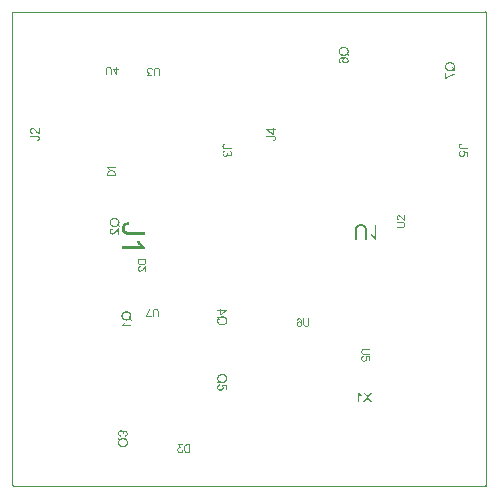
<source format=gm1>
%FSLAX24Y24*%
%MOIN*%
G70*
G01*
G75*
G04 Layer_Color=16776960*
%ADD10C,0.0079*%
%ADD11C,0.0276*%
%ADD12R,0.0276X0.0394*%
%ADD13R,0.0236X0.0886*%
%ADD14R,0.0591X0.0295*%
%ADD15R,0.0295X0.0591*%
%ADD16R,0.0354X0.0315*%
%ADD17R,0.0492X0.0433*%
%ADD18R,0.0906X0.0906*%
%ADD19R,0.0354X0.0315*%
%ADD20R,0.0315X0.0354*%
%ADD21R,0.0236X0.0197*%
%ADD22R,0.0394X0.0276*%
%ADD23R,0.0315X0.0630*%
%ADD24R,0.0846X0.0335*%
%ADD25C,0.0335*%
%ADD26R,0.0335X0.0846*%
%ADD27R,0.0886X0.0236*%
%ADD28R,0.0299X0.0945*%
%ADD29C,0.0138*%
%ADD30C,0.0100*%
%ADD31C,0.0118*%
%ADD32C,0.0098*%
%ADD33O,0.0669X0.1181*%
%ADD34R,0.0380X0.0380*%
%ADD35C,0.0380*%
%ADD36C,0.0380*%
%ADD37R,0.0630X0.0315*%
%ADD38R,0.0906X0.0236*%
%ADD39R,0.0630X0.1063*%
%ADD40R,0.0358X0.0480*%
%ADD41R,0.0480X0.0358*%
%ADD42R,0.0118X0.0295*%
%ADD43R,0.2165X0.0827*%
%ADD44C,0.0236*%
%ADD45C,0.0394*%
%ADD46C,0.0039*%
%ADD47C,0.0063*%
%ADD48R,0.0246X0.0433*%
%ADD49C,0.0827*%
%ADD50R,0.0356X0.0474*%
%ADD51R,0.0316X0.0966*%
%ADD52R,0.0671X0.0375*%
%ADD53R,0.0375X0.0671*%
%ADD54R,0.0434X0.0395*%
%ADD55R,0.0572X0.0513*%
%ADD56R,0.0986X0.0986*%
%ADD57R,0.0434X0.0395*%
%ADD58R,0.0395X0.0434*%
%ADD59R,0.0316X0.0277*%
%ADD60R,0.0474X0.0356*%
%ADD61R,0.0395X0.0710*%
%ADD62R,0.0926X0.0415*%
%ADD63C,0.0415*%
%ADD64R,0.0415X0.0926*%
%ADD65R,0.0966X0.0316*%
%ADD66R,0.0379X0.1025*%
%ADD67O,0.0749X0.1261*%
%ADD68R,0.0460X0.0460*%
%ADD69C,0.0460*%
%ADD70R,0.0710X0.0395*%
%ADD71R,0.0986X0.0316*%
%ADD72R,0.0710X0.1143*%
%ADD73R,0.0438X0.0560*%
%ADD74R,0.0560X0.0438*%
%ADD75R,0.0150X0.0327*%
%ADD76R,0.2245X0.0907*%
%ADD77C,0.0150*%
%ADD78C,0.0050*%
%ADD79C,0.0030*%
G36*
X11046Y14260D02*
X11060Y14259D01*
X11073Y14258D01*
X11085Y14256D01*
X11096Y14253D01*
X11105Y14251D01*
X11114Y14248D01*
X11122Y14245D01*
X11129Y14243D01*
X11135Y14240D01*
X11140Y14237D01*
X11144Y14235D01*
X11146Y14233D01*
X11148Y14232D01*
X11150Y14231D01*
X11150Y14230D01*
X11157Y14224D01*
X11162Y14218D01*
X11167Y14211D01*
X11171Y14204D01*
X11175Y14197D01*
X11178Y14191D01*
X11180Y14184D01*
X11182Y14178D01*
X11184Y14172D01*
X11185Y14167D01*
X11185Y14162D01*
X11186Y14158D01*
Y14154D01*
X11186Y14151D01*
Y14150D01*
Y14150D01*
X11186Y14139D01*
X11185Y14130D01*
X11182Y14121D01*
X11180Y14113D01*
X11177Y14107D01*
X11175Y14102D01*
X11173Y14099D01*
X11173Y14098D01*
X11167Y14090D01*
X11161Y14083D01*
X11154Y14077D01*
X11148Y14071D01*
X11142Y14068D01*
X11138Y14065D01*
X11136Y14064D01*
X11134Y14063D01*
X11134Y14062D01*
X11133D01*
X11124Y14058D01*
X11114Y14054D01*
X11104Y14052D01*
X11096Y14050D01*
X11088Y14049D01*
X11085D01*
X11082Y14049D01*
X11077D01*
X11069Y14049D01*
X11061Y14050D01*
X11053Y14051D01*
X11046Y14053D01*
X11040Y14055D01*
X11033Y14058D01*
X11028Y14060D01*
X11022Y14063D01*
X11018Y14066D01*
X11014Y14068D01*
X11011Y14070D01*
X11008Y14072D01*
X11005Y14074D01*
X11004Y14076D01*
X11003Y14076D01*
X11002Y14077D01*
X10997Y14082D01*
X10993Y14088D01*
X10989Y14093D01*
X10985Y14099D01*
X10982Y14105D01*
X10981Y14110D01*
X10977Y14121D01*
X10975Y14130D01*
X10974Y14134D01*
X10974Y14137D01*
X10973Y14140D01*
Y14142D01*
Y14144D01*
Y14144D01*
X10974Y14152D01*
X10975Y14160D01*
X10977Y14168D01*
X10979Y14174D01*
X10981Y14179D01*
X10982Y14184D01*
X10983Y14186D01*
X10984Y14187D01*
X10988Y14194D01*
X10993Y14201D01*
X10999Y14207D01*
X11004Y14212D01*
X11009Y14216D01*
X11013Y14219D01*
X11015Y14221D01*
X11016Y14222D01*
X11007D01*
X10999Y14221D01*
X10991Y14221D01*
X10984Y14220D01*
X10978Y14219D01*
X10971Y14218D01*
X10966Y14217D01*
X10961Y14216D01*
X10957Y14215D01*
X10953Y14214D01*
X10949Y14213D01*
X10947Y14212D01*
X10945Y14212D01*
X10943Y14212D01*
X10942Y14211D01*
X10942D01*
X10933Y14207D01*
X10924Y14202D01*
X10918Y14197D01*
X10912Y14192D01*
X10908Y14188D01*
X10904Y14185D01*
X10902Y14183D01*
X10902Y14182D01*
X10899Y14176D01*
X10896Y14171D01*
X10894Y14165D01*
X10893Y14159D01*
X10892Y14155D01*
X10891Y14151D01*
Y14149D01*
Y14148D01*
X10892Y14140D01*
X10894Y14132D01*
X10897Y14125D01*
X10900Y14119D01*
X10903Y14115D01*
X10905Y14111D01*
X10907Y14109D01*
X10908Y14109D01*
X10913Y14105D01*
X10918Y14102D01*
X10929Y14097D01*
X10934Y14096D01*
X10938Y14094D01*
X10941Y14093D01*
X10941D01*
X10939Y14054D01*
X10925Y14057D01*
X10914Y14061D01*
X10904Y14066D01*
X10896Y14071D01*
X10889Y14076D01*
X10884Y14080D01*
X10881Y14083D01*
X10880Y14083D01*
Y14084D01*
X10877Y14089D01*
X10873Y14093D01*
X10868Y14104D01*
X10864Y14114D01*
X10861Y14124D01*
X10860Y14132D01*
X10860Y14136D01*
Y14139D01*
X10859Y14142D01*
Y14144D01*
Y14145D01*
Y14146D01*
X10860Y14155D01*
X10860Y14164D01*
X10862Y14172D01*
X10865Y14180D01*
X10868Y14187D01*
X10871Y14193D01*
X10874Y14200D01*
X10878Y14205D01*
X10881Y14210D01*
X10884Y14214D01*
X10887Y14218D01*
X10890Y14221D01*
X10893Y14224D01*
X10895Y14225D01*
X10896Y14226D01*
X10896Y14227D01*
X10904Y14232D01*
X10914Y14238D01*
X10924Y14242D01*
X10935Y14246D01*
X10946Y14250D01*
X10957Y14253D01*
X10968Y14255D01*
X10980Y14256D01*
X10990Y14258D01*
X11000Y14259D01*
X11008Y14260D01*
X11016Y14260D01*
X11022Y14261D01*
X11031D01*
X11046Y14260D01*
D02*
G37*
G36*
X6924Y5828D02*
X7131D01*
Y5796D01*
X6924Y5649D01*
X6888D01*
Y5788D01*
X6811D01*
Y5828D01*
X6888D01*
Y5871D01*
X6924D01*
Y5828D01*
D02*
G37*
G36*
X6819Y5618D02*
X6824Y5608D01*
X6829Y5598D01*
X6834Y5590D01*
X6838Y5583D01*
X6840Y5580D01*
X6842Y5577D01*
X6843Y5575D01*
X6844Y5574D01*
X6845Y5573D01*
Y5572D01*
X6854Y5581D01*
X6864Y5588D01*
X6873Y5595D01*
X6881Y5599D01*
X6889Y5603D01*
X6892Y5605D01*
X6894Y5606D01*
X6897Y5607D01*
X6898Y5608D01*
X6899Y5609D01*
X6900D01*
X6912Y5613D01*
X6924Y5616D01*
X6936Y5618D01*
X6947Y5619D01*
X6953Y5620D01*
X6957Y5620D01*
X6961D01*
X6964Y5621D01*
X6971D01*
X6989Y5620D01*
X7005Y5618D01*
X7019Y5615D01*
X7026Y5613D01*
X7032Y5612D01*
X7037Y5610D01*
X7042Y5608D01*
X7046Y5606D01*
X7050Y5605D01*
X7053Y5604D01*
X7055Y5603D01*
X7056Y5602D01*
X7056D01*
X7070Y5594D01*
X7082Y5586D01*
X7092Y5577D01*
X7100Y5568D01*
X7107Y5560D01*
X7110Y5557D01*
X7112Y5554D01*
X7114Y5551D01*
X7115Y5549D01*
X7116Y5548D01*
Y5548D01*
X7119Y5541D01*
X7123Y5534D01*
X7128Y5520D01*
X7132Y5507D01*
X7135Y5495D01*
X7135Y5489D01*
X7136Y5484D01*
X7137Y5479D01*
Y5475D01*
X7137Y5472D01*
Y5470D01*
Y5468D01*
Y5468D01*
X7136Y5452D01*
X7134Y5437D01*
X7131Y5424D01*
X7129Y5417D01*
X7127Y5412D01*
X7125Y5407D01*
X7123Y5402D01*
X7121Y5398D01*
X7120Y5395D01*
X7118Y5392D01*
X7117Y5390D01*
X7117Y5389D01*
X7117Y5389D01*
X7108Y5376D01*
X7098Y5365D01*
X7089Y5356D01*
X7079Y5348D01*
X7071Y5342D01*
X7067Y5339D01*
X7063Y5337D01*
X7061Y5336D01*
X7059Y5335D01*
X7057Y5334D01*
X7057D01*
X7042Y5328D01*
X7027Y5323D01*
X7013Y5320D01*
X6999Y5317D01*
X6994Y5316D01*
X6988Y5316D01*
X6983Y5315D01*
X6979D01*
X6976Y5315D01*
X6971D01*
X6954Y5316D01*
X6937Y5318D01*
X6923Y5321D01*
X6916Y5323D01*
X6910Y5325D01*
X6905Y5326D01*
X6900Y5328D01*
X6895Y5330D01*
X6892Y5331D01*
X6889Y5332D01*
X6887Y5333D01*
X6886Y5334D01*
X6885D01*
X6872Y5342D01*
X6860Y5351D01*
X6850Y5359D01*
X6841Y5368D01*
X6835Y5376D01*
X6832Y5379D01*
X6830Y5382D01*
X6829Y5385D01*
X6827Y5387D01*
X6827Y5388D01*
X6826Y5388D01*
X6819Y5402D01*
X6814Y5415D01*
X6811Y5429D01*
X6808Y5441D01*
X6808Y5446D01*
X6807Y5451D01*
X6806Y5456D01*
Y5459D01*
X6806Y5462D01*
Y5465D01*
Y5466D01*
Y5467D01*
X6807Y5482D01*
X6809Y5497D01*
X6812Y5511D01*
X6813Y5516D01*
X6815Y5522D01*
X6817Y5527D01*
X6819Y5532D01*
X6821Y5536D01*
X6822Y5539D01*
X6823Y5542D01*
X6824Y5544D01*
X6825Y5545D01*
Y5545D01*
X6816Y5558D01*
X6808Y5571D01*
X6801Y5582D01*
X6796Y5593D01*
X6794Y5598D01*
X6792Y5601D01*
X6790Y5605D01*
X6789Y5608D01*
X6788Y5611D01*
X6787Y5613D01*
X6787Y5614D01*
Y5614D01*
X6815Y5627D01*
X6819Y5618D01*
D02*
G37*
G36*
X11039Y14605D02*
X11055Y14603D01*
X11069Y14600D01*
X11076Y14598D01*
X11082Y14597D01*
X11087Y14595D01*
X11092Y14593D01*
X11097Y14592D01*
X11100Y14590D01*
X11103Y14589D01*
X11105Y14588D01*
X11106Y14587D01*
X11107D01*
X11121Y14579D01*
X11132Y14571D01*
X11143Y14562D01*
X11151Y14553D01*
X11157Y14545D01*
X11160Y14542D01*
X11162Y14539D01*
X11164Y14537D01*
X11165Y14535D01*
X11165Y14534D01*
X11166Y14533D01*
X11173Y14519D01*
X11178Y14506D01*
X11182Y14493D01*
X11184Y14480D01*
X11185Y14475D01*
X11185Y14470D01*
X11186Y14466D01*
Y14462D01*
X11186Y14459D01*
Y14456D01*
Y14455D01*
Y14455D01*
X11185Y14439D01*
X11184Y14424D01*
X11180Y14411D01*
X11179Y14405D01*
X11177Y14399D01*
X11175Y14394D01*
X11173Y14390D01*
X11171Y14386D01*
X11170Y14382D01*
X11169Y14379D01*
X11168Y14377D01*
X11167Y14376D01*
Y14376D01*
X11176Y14363D01*
X11184Y14351D01*
X11191Y14339D01*
X11196Y14329D01*
X11198Y14324D01*
X11200Y14320D01*
X11202Y14316D01*
X11203Y14313D01*
X11204Y14311D01*
X11205Y14309D01*
X11206Y14308D01*
Y14307D01*
X11177Y14294D01*
X11173Y14304D01*
X11168Y14313D01*
X11163Y14323D01*
X11158Y14331D01*
X11154Y14338D01*
X11152Y14341D01*
X11150Y14344D01*
X11149Y14346D01*
X11148Y14348D01*
X11147Y14349D01*
Y14349D01*
X11138Y14340D01*
X11128Y14333D01*
X11119Y14327D01*
X11111Y14322D01*
X11104Y14318D01*
X11100Y14316D01*
X11098Y14315D01*
X11095Y14314D01*
X11094Y14313D01*
X11093Y14313D01*
X11092D01*
X11080Y14309D01*
X11068Y14306D01*
X11056Y14303D01*
X11045Y14302D01*
X11040Y14301D01*
X11035Y14301D01*
X11031D01*
X11028Y14300D01*
X11021D01*
X11003Y14301D01*
X10987Y14303D01*
X10973Y14306D01*
X10966Y14308D01*
X10961Y14310D01*
X10955Y14312D01*
X10950Y14313D01*
X10946Y14315D01*
X10942Y14316D01*
X10940Y14317D01*
X10937Y14318D01*
X10936Y14319D01*
X10936D01*
X10922Y14327D01*
X10910Y14335D01*
X10900Y14345D01*
X10892Y14354D01*
X10885Y14361D01*
X10882Y14365D01*
X10880Y14368D01*
X10879Y14370D01*
X10878Y14372D01*
X10877Y14373D01*
Y14374D01*
X10873Y14380D01*
X10869Y14387D01*
X10864Y14401D01*
X10860Y14415D01*
X10858Y14427D01*
X10857Y14433D01*
X10856Y14437D01*
X10856Y14442D01*
Y14446D01*
X10855Y14449D01*
Y14452D01*
Y14453D01*
Y14454D01*
X10856Y14469D01*
X10859Y14484D01*
X10861Y14497D01*
X10863Y14504D01*
X10865Y14509D01*
X10867Y14515D01*
X10869Y14519D01*
X10871Y14523D01*
X10872Y14526D01*
X10874Y14529D01*
X10875Y14531D01*
X10875Y14532D01*
X10876Y14533D01*
X10884Y14545D01*
X10894Y14556D01*
X10903Y14565D01*
X10913Y14573D01*
X10921Y14579D01*
X10925Y14582D01*
X10929Y14584D01*
X10931Y14585D01*
X10933Y14586D01*
X10935Y14587D01*
X10935D01*
X10950Y14594D01*
X10965Y14598D01*
X10979Y14601D01*
X10993Y14604D01*
X10999Y14605D01*
X11004Y14605D01*
X11009Y14606D01*
X11013D01*
X11016Y14606D01*
X11021D01*
X11039Y14605D01*
D02*
G37*
G36*
X11623Y8688D02*
X11646Y8685D01*
X11656Y8683D01*
X11666Y8681D01*
X11675Y8678D01*
X11683Y8676D01*
X11689Y8673D01*
X11696Y8670D01*
X11702Y8668D01*
X11706Y8667D01*
X11709Y8664D01*
X11712Y8663D01*
X11713Y8662D01*
X11714D01*
X11729Y8650D01*
X11743Y8639D01*
X11754Y8627D01*
X11762Y8615D01*
X11769Y8604D01*
X11773Y8597D01*
X11775Y8594D01*
X11775Y8591D01*
X11776Y8590D01*
Y8589D01*
X11782Y8571D01*
X11786Y8551D01*
X11789Y8531D01*
X11792Y8512D01*
X11792Y8503D01*
X11793Y8494D01*
Y8488D01*
X11794Y8481D01*
Y8475D01*
Y8471D01*
Y8469D01*
Y8468D01*
Y8177D01*
X11727D01*
Y8468D01*
Y8485D01*
X11726Y8501D01*
X11724Y8515D01*
X11723Y8528D01*
X11720Y8541D01*
X11717Y8551D01*
X11714Y8560D01*
X11712Y8568D01*
X11709Y8575D01*
X11706Y8581D01*
X11703Y8586D01*
X11700Y8590D01*
X11699Y8593D01*
X11697Y8595D01*
X11696Y8596D01*
Y8597D01*
X11689Y8603D01*
X11682Y8607D01*
X11666Y8616D01*
X11649Y8621D01*
X11631Y8626D01*
X11616Y8628D01*
X11609Y8629D01*
X11603D01*
X11597Y8630D01*
X11590D01*
X11575Y8629D01*
X11561Y8627D01*
X11549Y8624D01*
X11538Y8621D01*
X11530Y8619D01*
X11524Y8616D01*
X11520Y8614D01*
X11518Y8614D01*
X11507Y8607D01*
X11499Y8599D01*
X11491Y8590D01*
X11486Y8583D01*
X11481Y8576D01*
X11478Y8571D01*
X11477Y8567D01*
X11476Y8565D01*
X11474Y8559D01*
X11472Y8552D01*
X11469Y8537D01*
X11468Y8521D01*
X11466Y8505D01*
X11465Y8491D01*
X11464Y8484D01*
Y8479D01*
Y8475D01*
Y8471D01*
Y8469D01*
Y8468D01*
Y8177D01*
X11398D01*
Y8468D01*
Y8483D01*
X11398Y8497D01*
X11399Y8510D01*
X11401Y8522D01*
X11402Y8533D01*
X11404Y8544D01*
X11405Y8553D01*
X11408Y8561D01*
X11409Y8569D01*
X11411Y8576D01*
X11412Y8582D01*
X11414Y8587D01*
X11415Y8590D01*
X11416Y8593D01*
X11417Y8594D01*
Y8595D01*
X11425Y8611D01*
X11435Y8626D01*
X11445Y8637D01*
X11456Y8647D01*
X11465Y8656D01*
X11474Y8661D01*
X11477Y8663D01*
X11478Y8664D01*
X11480Y8666D01*
X11481D01*
X11498Y8673D01*
X11518Y8680D01*
X11537Y8683D01*
X11556Y8686D01*
X11564Y8687D01*
X11572Y8688D01*
X11579Y8689D01*
X11585D01*
X11590Y8690D01*
X11597D01*
X11623Y8688D01*
D02*
G37*
G36*
X14582Y14094D02*
X14598Y14092D01*
X14613Y14089D01*
X14619Y14087D01*
X14625Y14085D01*
X14631Y14083D01*
X14636Y14081D01*
X14640Y14080D01*
X14643Y14078D01*
X14646Y14077D01*
X14648Y14076D01*
X14650Y14075D01*
X14650D01*
X14664Y14068D01*
X14676Y14059D01*
X14686Y14050D01*
X14694Y14041D01*
X14700Y14033D01*
X14703Y14030D01*
X14705Y14027D01*
X14707Y14025D01*
X14708Y14023D01*
X14709Y14022D01*
X14709Y14021D01*
X14716Y14008D01*
X14721Y13994D01*
X14725Y13981D01*
X14727Y13969D01*
X14728Y13963D01*
X14729Y13958D01*
X14729Y13954D01*
Y13950D01*
X14730Y13947D01*
Y13945D01*
Y13943D01*
Y13943D01*
X14729Y13927D01*
X14727Y13912D01*
X14723Y13899D01*
X14722Y13893D01*
X14720Y13887D01*
X14718Y13882D01*
X14717Y13878D01*
X14715Y13874D01*
X14713Y13871D01*
X14712Y13868D01*
X14711Y13866D01*
X14710Y13865D01*
Y13864D01*
X14720Y13851D01*
X14727Y13839D01*
X14734Y13827D01*
X14740Y13817D01*
X14741Y13812D01*
X14743Y13808D01*
X14745Y13804D01*
X14746Y13801D01*
X14747Y13799D01*
X14748Y13797D01*
X14749Y13796D01*
Y13795D01*
X14720Y13782D01*
X14716Y13792D01*
X14711Y13802D01*
X14706Y13811D01*
X14701Y13819D01*
X14697Y13827D01*
X14695Y13829D01*
X14694Y13832D01*
X14692Y13834D01*
X14691Y13836D01*
X14690Y13837D01*
Y13837D01*
X14681Y13829D01*
X14672Y13821D01*
X14662Y13815D01*
X14654Y13810D01*
X14647Y13806D01*
X14643Y13804D01*
X14641Y13803D01*
X14639Y13802D01*
X14637Y13801D01*
X14636Y13801D01*
X14636D01*
X14623Y13797D01*
X14611Y13794D01*
X14599Y13791D01*
X14588Y13790D01*
X14583Y13789D01*
X14578Y13789D01*
X14575D01*
X14571Y13789D01*
X14564D01*
X14547Y13789D01*
X14531Y13791D01*
X14517Y13794D01*
X14510Y13796D01*
X14504Y13798D01*
X14498Y13800D01*
X14493Y13802D01*
X14489Y13803D01*
X14486Y13805D01*
X14483Y13806D01*
X14480Y13807D01*
X14479Y13808D01*
X14479D01*
X14465Y13815D01*
X14454Y13824D01*
X14443Y13833D01*
X14435Y13842D01*
X14429Y13850D01*
X14426Y13853D01*
X14424Y13856D01*
X14422Y13858D01*
X14421Y13860D01*
X14420Y13861D01*
Y13862D01*
X14416Y13869D01*
X14413Y13875D01*
X14408Y13889D01*
X14404Y13903D01*
X14401Y13915D01*
X14400Y13921D01*
X14399Y13926D01*
X14399Y13931D01*
Y13934D01*
X14398Y13937D01*
Y13940D01*
Y13941D01*
Y13942D01*
X14399Y13957D01*
X14402Y13972D01*
X14405Y13986D01*
X14407Y13992D01*
X14409Y13997D01*
X14411Y14003D01*
X14413Y14007D01*
X14414Y14011D01*
X14416Y14014D01*
X14417Y14017D01*
X14418Y14019D01*
X14418Y14020D01*
X14419Y14021D01*
X14427Y14033D01*
X14437Y14044D01*
X14447Y14053D01*
X14456Y14061D01*
X14465Y14068D01*
X14469Y14070D01*
X14472Y14072D01*
X14475Y14073D01*
X14476Y14074D01*
X14478Y14075D01*
X14478D01*
X14493Y14082D01*
X14508Y14087D01*
X14522Y14090D01*
X14536Y14092D01*
X14542Y14093D01*
X14547Y14094D01*
X14552Y14094D01*
X14557D01*
X14559Y14094D01*
X14564D01*
X14582Y14094D01*
D02*
G37*
G36*
X14445Y13587D02*
X14459Y13599D01*
X14473Y13609D01*
X14487Y13619D01*
X14500Y13627D01*
X14507Y13631D01*
X14512Y13634D01*
X14517Y13637D01*
X14521Y13640D01*
X14525Y13642D01*
X14527Y13643D01*
X14529Y13644D01*
X14530Y13645D01*
X14548Y13654D01*
X14567Y13662D01*
X14584Y13669D01*
X14593Y13672D01*
X14600Y13675D01*
X14607Y13677D01*
X14614Y13679D01*
X14619Y13681D01*
X14624Y13683D01*
X14628Y13684D01*
X14631Y13685D01*
X14633Y13685D01*
X14633D01*
X14653Y13690D01*
X14661Y13692D01*
X14670Y13693D01*
X14678Y13695D01*
X14685Y13696D01*
X14693Y13697D01*
X14699Y13698D01*
X14704Y13698D01*
X14710Y13699D01*
X14714Y13699D01*
X14718D01*
X14721Y13700D01*
X14724D01*
Y13659D01*
X14707Y13658D01*
X14690Y13656D01*
X14676Y13653D01*
X14669Y13652D01*
X14662Y13651D01*
X14657Y13649D01*
X14652Y13648D01*
X14647Y13647D01*
X14643Y13647D01*
X14640Y13646D01*
X14639Y13645D01*
X14637Y13645D01*
X14637D01*
X14615Y13638D01*
X14595Y13630D01*
X14585Y13627D01*
X14576Y13623D01*
X14567Y13619D01*
X14559Y13615D01*
X14552Y13612D01*
X14545Y13608D01*
X14539Y13606D01*
X14535Y13603D01*
X14531Y13601D01*
X14528Y13600D01*
X14526Y13599D01*
X14525Y13598D01*
X14516Y13592D01*
X14506Y13587D01*
X14497Y13581D01*
X14489Y13576D01*
X14481Y13571D01*
X14474Y13565D01*
X14467Y13561D01*
X14461Y13556D01*
X14456Y13552D01*
X14452Y13548D01*
X14448Y13545D01*
X14444Y13543D01*
X14442Y13540D01*
X14440Y13539D01*
X14439Y13538D01*
X14438Y13537D01*
X14408D01*
Y13745D01*
X14445D01*
Y13587D01*
D02*
G37*
G36*
X3610Y1817D02*
X3620Y1815D01*
X3629Y1812D01*
X3636Y1809D01*
X3642Y1806D01*
X3646Y1803D01*
X3649Y1802D01*
X3650Y1801D01*
X3658Y1795D01*
X3664Y1787D01*
X3668Y1780D01*
X3672Y1773D01*
X3675Y1767D01*
X3676Y1762D01*
X3677Y1760D01*
Y1759D01*
X3678Y1758D01*
Y1757D01*
X3682Y1765D01*
X3686Y1772D01*
X3691Y1777D01*
X3695Y1782D01*
X3699Y1785D01*
X3702Y1788D01*
X3704Y1790D01*
X3705Y1790D01*
X3711Y1794D01*
X3718Y1797D01*
X3725Y1799D01*
X3730Y1800D01*
X3735Y1801D01*
X3739Y1802D01*
X3743D01*
X3751Y1801D01*
X3758Y1800D01*
X3765Y1798D01*
X3771Y1796D01*
X3776Y1794D01*
X3780Y1792D01*
X3783Y1790D01*
X3784Y1790D01*
X3790Y1785D01*
X3797Y1780D01*
X3802Y1774D01*
X3807Y1768D01*
X3810Y1763D01*
X3812Y1760D01*
X3814Y1757D01*
X3814Y1756D01*
Y1756D01*
X3818Y1747D01*
X3821Y1739D01*
X3823Y1731D01*
X3825Y1723D01*
X3826Y1717D01*
X3826Y1712D01*
Y1710D01*
Y1709D01*
Y1708D01*
Y1708D01*
Y1701D01*
X3825Y1694D01*
X3823Y1682D01*
X3819Y1671D01*
X3815Y1661D01*
X3811Y1654D01*
X3809Y1651D01*
X3807Y1649D01*
X3806Y1646D01*
X3805Y1645D01*
X3805Y1644D01*
X3804Y1644D01*
X3795Y1635D01*
X3786Y1628D01*
X3775Y1622D01*
X3765Y1619D01*
X3757Y1615D01*
X3753Y1614D01*
X3749Y1613D01*
X3747Y1613D01*
X3745Y1612D01*
X3744Y1612D01*
X3743D01*
X3736Y1651D01*
X3746Y1653D01*
X3755Y1656D01*
X3763Y1659D01*
X3768Y1662D01*
X3773Y1665D01*
X3777Y1668D01*
X3779Y1670D01*
X3779Y1670D01*
X3784Y1677D01*
X3787Y1683D01*
X3790Y1689D01*
X3792Y1696D01*
X3793Y1701D01*
X3794Y1705D01*
Y1708D01*
Y1708D01*
Y1709D01*
X3793Y1717D01*
X3791Y1724D01*
X3789Y1731D01*
X3786Y1736D01*
X3784Y1741D01*
X3782Y1744D01*
X3780Y1746D01*
X3779Y1746D01*
X3774Y1751D01*
X3767Y1755D01*
X3762Y1758D01*
X3756Y1759D01*
X3751Y1760D01*
X3747Y1761D01*
X3744D01*
X3734Y1760D01*
X3725Y1758D01*
X3719Y1755D01*
X3713Y1751D01*
X3709Y1747D01*
X3705Y1744D01*
X3704Y1742D01*
X3703Y1741D01*
X3699Y1733D01*
X3696Y1725D01*
X3693Y1718D01*
X3692Y1711D01*
X3691Y1704D01*
X3690Y1700D01*
Y1698D01*
Y1697D01*
Y1696D01*
Y1696D01*
Y1694D01*
X3691Y1692D01*
Y1690D01*
Y1689D01*
X3656Y1685D01*
X3658Y1691D01*
X3659Y1696D01*
X3659Y1701D01*
X3660Y1705D01*
X3660Y1708D01*
Y1711D01*
Y1712D01*
Y1713D01*
X3659Y1722D01*
X3657Y1731D01*
X3655Y1739D01*
X3651Y1745D01*
X3648Y1750D01*
X3645Y1754D01*
X3644Y1756D01*
X3643Y1757D01*
X3636Y1763D01*
X3628Y1767D01*
X3621Y1771D01*
X3614Y1773D01*
X3607Y1774D01*
X3603Y1775D01*
X3601Y1775D01*
X3598D01*
X3588Y1774D01*
X3579Y1772D01*
X3570Y1769D01*
X3563Y1766D01*
X3558Y1762D01*
X3554Y1759D01*
X3551Y1757D01*
X3550Y1756D01*
X3544Y1749D01*
X3539Y1741D01*
X3536Y1733D01*
X3534Y1725D01*
X3532Y1719D01*
X3532Y1714D01*
X3531Y1712D01*
Y1711D01*
Y1710D01*
Y1709D01*
X3532Y1701D01*
X3534Y1693D01*
X3536Y1686D01*
X3539Y1681D01*
X3542Y1676D01*
X3543Y1673D01*
X3545Y1671D01*
X3546Y1670D01*
X3552Y1664D01*
X3560Y1660D01*
X3568Y1656D01*
X3576Y1653D01*
X3583Y1650D01*
X3589Y1649D01*
X3591Y1648D01*
X3593D01*
X3594Y1647D01*
X3594D01*
X3589Y1608D01*
X3582Y1609D01*
X3575Y1610D01*
X3562Y1615D01*
X3551Y1620D01*
X3541Y1625D01*
X3537Y1628D01*
X3534Y1631D01*
X3531Y1633D01*
X3528Y1635D01*
X3526Y1637D01*
X3524Y1639D01*
X3524Y1639D01*
X3523Y1640D01*
X3519Y1645D01*
X3515Y1651D01*
X3512Y1656D01*
X3509Y1662D01*
X3504Y1674D01*
X3501Y1685D01*
X3501Y1690D01*
X3500Y1695D01*
X3500Y1699D01*
X3499Y1702D01*
X3499Y1705D01*
Y1707D01*
Y1709D01*
Y1709D01*
X3499Y1718D01*
X3500Y1726D01*
X3501Y1734D01*
X3503Y1741D01*
X3505Y1748D01*
X3508Y1754D01*
X3510Y1760D01*
X3513Y1765D01*
X3516Y1770D01*
X3518Y1774D01*
X3521Y1778D01*
X3523Y1781D01*
X3525Y1783D01*
X3526Y1785D01*
X3527Y1786D01*
X3527Y1786D01*
X3533Y1792D01*
X3539Y1797D01*
X3545Y1801D01*
X3551Y1804D01*
X3557Y1807D01*
X3563Y1810D01*
X3574Y1813D01*
X3579Y1815D01*
X3584Y1816D01*
X3588Y1816D01*
X3592Y1817D01*
X3595Y1817D01*
X3599D01*
X3610Y1817D01*
D02*
G37*
G36*
X3731Y5403D02*
X3728Y5396D01*
X3725Y5389D01*
X3721Y5382D01*
X3718Y5377D01*
X3716Y5373D01*
X3714Y5370D01*
X3713Y5369D01*
Y5369D01*
X3709Y5360D01*
X3703Y5353D01*
X3699Y5347D01*
X3694Y5341D01*
X3691Y5337D01*
X3689Y5334D01*
X3687Y5332D01*
X3686Y5331D01*
X3937D01*
Y5292D01*
X3615D01*
Y5317D01*
X3623Y5322D01*
X3631Y5327D01*
X3638Y5333D01*
X3645Y5339D01*
X3650Y5344D01*
X3654Y5349D01*
X3657Y5352D01*
X3658Y5352D01*
X3658Y5353D01*
X3666Y5362D01*
X3673Y5372D01*
X3680Y5381D01*
X3685Y5390D01*
X3690Y5398D01*
X3691Y5401D01*
X3693Y5404D01*
X3694Y5406D01*
X3695Y5408D01*
X3695Y5409D01*
Y5410D01*
X3734D01*
X3731Y5403D01*
D02*
G37*
G36*
X11535Y3070D02*
X11541Y3062D01*
X11546Y3055D01*
X11552Y3048D01*
X11558Y3043D01*
X11562Y3038D01*
X11565Y3036D01*
X11565Y3035D01*
X11566Y3035D01*
X11575Y3027D01*
X11585Y3019D01*
X11595Y3013D01*
X11603Y3008D01*
X11611Y3003D01*
X11615Y3002D01*
X11618Y3000D01*
X11620Y2999D01*
X11622Y2998D01*
X11623Y2997D01*
X11623D01*
Y2959D01*
X11616Y2962D01*
X11609Y2965D01*
X11602Y2968D01*
X11596Y2972D01*
X11590Y2975D01*
X11586Y2977D01*
X11583Y2979D01*
X11582Y2979D01*
X11582D01*
X11574Y2984D01*
X11566Y2990D01*
X11560Y2994D01*
X11555Y2998D01*
X11550Y3002D01*
X11547Y3004D01*
X11545Y3006D01*
X11544Y3007D01*
Y2756D01*
X11505D01*
Y3078D01*
X11531D01*
X11535Y3070D01*
D02*
G37*
G36*
X11845Y2922D02*
X11968Y2756D01*
X11918D01*
X11837Y2867D01*
X11835Y2870D01*
X11832Y2873D01*
X11827Y2880D01*
X11825Y2884D01*
X11823Y2887D01*
X11822Y2889D01*
X11821Y2890D01*
X11816Y2882D01*
X11812Y2876D01*
X11810Y2874D01*
X11809Y2872D01*
X11808Y2871D01*
X11808Y2870D01*
X11727Y2756D01*
X11675D01*
X11795Y2924D01*
X11684Y3077D01*
X11730D01*
X11794Y2991D01*
X11800Y2984D01*
X11805Y2977D01*
X11809Y2971D01*
X11812Y2966D01*
X11815Y2961D01*
X11818Y2958D01*
X11819Y2956D01*
X11820Y2955D01*
X11823Y2961D01*
X11826Y2967D01*
X11831Y2974D01*
X11835Y2980D01*
X11839Y2985D01*
X11842Y2990D01*
X11844Y2993D01*
X11845Y2994D01*
Y2994D01*
X11904Y3077D01*
X11954D01*
X11845Y2922D01*
D02*
G37*
G36*
X3795Y5786D02*
X3811Y5784D01*
X3825Y5782D01*
X3832Y5780D01*
X3838Y5778D01*
X3843Y5776D01*
X3848Y5774D01*
X3853Y5773D01*
X3856Y5771D01*
X3859Y5770D01*
X3861Y5769D01*
X3862Y5768D01*
X3863D01*
X3877Y5761D01*
X3888Y5752D01*
X3898Y5743D01*
X3907Y5734D01*
X3913Y5726D01*
X3916Y5723D01*
X3918Y5720D01*
X3919Y5718D01*
X3921Y5716D01*
X3921Y5715D01*
X3922Y5714D01*
X3929Y5701D01*
X3934Y5687D01*
X3938Y5674D01*
X3940Y5662D01*
X3940Y5656D01*
X3941Y5651D01*
X3942Y5647D01*
Y5643D01*
X3942Y5640D01*
Y5638D01*
Y5636D01*
Y5636D01*
X3941Y5620D01*
X3939Y5605D01*
X3936Y5592D01*
X3935Y5586D01*
X3933Y5580D01*
X3931Y5575D01*
X3929Y5571D01*
X3927Y5567D01*
X3926Y5563D01*
X3925Y5560D01*
X3924Y5559D01*
X3923Y5558D01*
Y5557D01*
X3932Y5544D01*
X3940Y5532D01*
X3947Y5520D01*
X3952Y5510D01*
X3954Y5505D01*
X3956Y5501D01*
X3958Y5497D01*
X3959Y5494D01*
X3960Y5492D01*
X3961Y5490D01*
X3961Y5489D01*
Y5488D01*
X3933Y5475D01*
X3929Y5485D01*
X3924Y5495D01*
X3919Y5504D01*
X3914Y5512D01*
X3910Y5519D01*
X3908Y5522D01*
X3906Y5525D01*
X3905Y5527D01*
X3904Y5529D01*
X3903Y5530D01*
Y5530D01*
X3894Y5521D01*
X3884Y5514D01*
X3875Y5508D01*
X3867Y5503D01*
X3859Y5499D01*
X3856Y5497D01*
X3854Y5496D01*
X3851Y5495D01*
X3850Y5494D01*
X3849Y5494D01*
X3848D01*
X3836Y5490D01*
X3824Y5487D01*
X3812Y5484D01*
X3801Y5483D01*
X3795Y5482D01*
X3791Y5482D01*
X3787D01*
X3784Y5481D01*
X3777D01*
X3759Y5482D01*
X3743Y5484D01*
X3729Y5487D01*
X3722Y5489D01*
X3716Y5491D01*
X3711Y5493D01*
X3706Y5495D01*
X3702Y5496D01*
X3698Y5498D01*
X3695Y5499D01*
X3693Y5499D01*
X3692Y5500D01*
X3692D01*
X3678Y5508D01*
X3666Y5517D01*
X3656Y5526D01*
X3648Y5535D01*
X3641Y5542D01*
X3638Y5546D01*
X3636Y5549D01*
X3634Y5551D01*
X3633Y5553D01*
X3632Y5554D01*
Y5555D01*
X3629Y5561D01*
X3625Y5568D01*
X3620Y5582D01*
X3616Y5596D01*
X3613Y5608D01*
X3613Y5614D01*
X3612Y5619D01*
X3612Y5623D01*
Y5627D01*
X3611Y5630D01*
Y5633D01*
Y5634D01*
Y5635D01*
X3612Y5650D01*
X3614Y5665D01*
X3617Y5679D01*
X3619Y5685D01*
X3621Y5690D01*
X3623Y5696D01*
X3625Y5700D01*
X3627Y5704D01*
X3628Y5707D01*
X3630Y5710D01*
X3631Y5712D01*
X3631Y5713D01*
X3632Y5714D01*
X3640Y5726D01*
X3650Y5737D01*
X3659Y5746D01*
X3669Y5754D01*
X3677Y5761D01*
X3681Y5763D01*
X3685Y5765D01*
X3687Y5766D01*
X3689Y5767D01*
X3691Y5768D01*
X3691D01*
X3706Y5775D01*
X3721Y5780D01*
X3735Y5783D01*
X3749Y5785D01*
X3754Y5786D01*
X3760Y5786D01*
X3765Y5787D01*
X3769D01*
X3772Y5787D01*
X3777D01*
X3795Y5786D01*
D02*
G37*
G36*
X3512Y1562D02*
X3517Y1553D01*
X3522Y1543D01*
X3527Y1535D01*
X3531Y1528D01*
X3533Y1525D01*
X3535Y1522D01*
X3536Y1520D01*
X3537Y1518D01*
X3538Y1518D01*
Y1517D01*
X3547Y1526D01*
X3557Y1533D01*
X3566Y1539D01*
X3574Y1544D01*
X3582Y1548D01*
X3585Y1550D01*
X3587Y1551D01*
X3590Y1552D01*
X3591Y1553D01*
X3592Y1554D01*
X3593D01*
X3605Y1558D01*
X3617Y1560D01*
X3629Y1563D01*
X3640Y1564D01*
X3645Y1565D01*
X3650Y1565D01*
X3654D01*
X3657Y1566D01*
X3664D01*
X3682Y1565D01*
X3698Y1563D01*
X3712Y1560D01*
X3719Y1558D01*
X3725Y1557D01*
X3730Y1555D01*
X3735Y1553D01*
X3739Y1551D01*
X3743Y1550D01*
X3746Y1549D01*
X3748Y1548D01*
X3749Y1547D01*
X3749D01*
X3763Y1539D01*
X3775Y1531D01*
X3785Y1521D01*
X3793Y1513D01*
X3800Y1505D01*
X3803Y1501D01*
X3805Y1498D01*
X3807Y1496D01*
X3807Y1494D01*
X3808Y1493D01*
Y1493D01*
X3812Y1486D01*
X3816Y1479D01*
X3821Y1465D01*
X3825Y1452D01*
X3827Y1439D01*
X3828Y1434D01*
X3829Y1429D01*
X3829Y1424D01*
Y1420D01*
X3830Y1417D01*
Y1415D01*
Y1413D01*
Y1413D01*
X3829Y1397D01*
X3827Y1382D01*
X3824Y1369D01*
X3822Y1362D01*
X3820Y1357D01*
X3818Y1352D01*
X3816Y1347D01*
X3814Y1343D01*
X3813Y1340D01*
X3811Y1337D01*
X3810Y1335D01*
X3810Y1334D01*
X3809Y1334D01*
X3801Y1321D01*
X3791Y1310D01*
X3782Y1301D01*
X3772Y1293D01*
X3764Y1287D01*
X3760Y1284D01*
X3756Y1282D01*
X3754Y1281D01*
X3752Y1280D01*
X3750Y1279D01*
X3750D01*
X3735Y1273D01*
X3720Y1268D01*
X3706Y1265D01*
X3692Y1262D01*
X3686Y1261D01*
X3681Y1261D01*
X3676Y1260D01*
X3672D01*
X3669Y1260D01*
X3664D01*
X3646Y1261D01*
X3630Y1263D01*
X3616Y1266D01*
X3609Y1268D01*
X3603Y1270D01*
X3598Y1271D01*
X3593Y1273D01*
X3588Y1274D01*
X3585Y1276D01*
X3582Y1277D01*
X3580Y1278D01*
X3579Y1279D01*
X3578D01*
X3564Y1287D01*
X3553Y1295D01*
X3542Y1304D01*
X3534Y1313D01*
X3528Y1321D01*
X3525Y1324D01*
X3523Y1327D01*
X3522Y1330D01*
X3520Y1332D01*
X3520Y1333D01*
X3519Y1333D01*
X3512Y1347D01*
X3507Y1360D01*
X3503Y1374D01*
X3501Y1386D01*
X3501Y1391D01*
X3500Y1396D01*
X3499Y1400D01*
Y1404D01*
X3499Y1407D01*
Y1410D01*
Y1411D01*
Y1412D01*
X3500Y1427D01*
X3501Y1442D01*
X3505Y1456D01*
X3506Y1461D01*
X3508Y1467D01*
X3510Y1472D01*
X3512Y1477D01*
X3514Y1480D01*
X3515Y1484D01*
X3516Y1487D01*
X3517Y1489D01*
X3518Y1490D01*
Y1490D01*
X3509Y1503D01*
X3501Y1516D01*
X3494Y1527D01*
X3489Y1538D01*
X3487Y1542D01*
X3485Y1546D01*
X3483Y1550D01*
X3482Y1553D01*
X3481Y1556D01*
X3480Y1558D01*
X3480Y1558D01*
Y1559D01*
X3508Y1572D01*
X3512Y1562D01*
D02*
G37*
G36*
X3401Y8897D02*
X3417Y8895D01*
X3432Y8892D01*
X3438Y8890D01*
X3444Y8888D01*
X3450Y8886D01*
X3454Y8884D01*
X3459Y8883D01*
X3462Y8882D01*
X3465Y8881D01*
X3467Y8880D01*
X3469Y8879D01*
X3469D01*
X3483Y8871D01*
X3495Y8862D01*
X3505Y8853D01*
X3513Y8844D01*
X3519Y8837D01*
X3522Y8833D01*
X3524Y8830D01*
X3526Y8828D01*
X3527Y8826D01*
X3528Y8825D01*
X3528Y8824D01*
X3535Y8811D01*
X3540Y8797D01*
X3544Y8784D01*
X3546Y8772D01*
X3547Y8766D01*
X3548Y8761D01*
X3548Y8757D01*
Y8753D01*
X3549Y8750D01*
Y8748D01*
Y8746D01*
Y8746D01*
X3548Y8730D01*
X3546Y8716D01*
X3542Y8702D01*
X3541Y8696D01*
X3539Y8690D01*
X3537Y8685D01*
X3535Y8681D01*
X3534Y8677D01*
X3532Y8674D01*
X3531Y8671D01*
X3530Y8669D01*
X3529Y8668D01*
Y8667D01*
X3538Y8655D01*
X3546Y8642D01*
X3553Y8630D01*
X3558Y8620D01*
X3560Y8615D01*
X3562Y8611D01*
X3564Y8607D01*
X3565Y8604D01*
X3566Y8602D01*
X3567Y8600D01*
X3568Y8599D01*
Y8598D01*
X3539Y8585D01*
X3535Y8595D01*
X3530Y8605D01*
X3525Y8614D01*
X3520Y8622D01*
X3516Y8630D01*
X3514Y8633D01*
X3513Y8636D01*
X3511Y8638D01*
X3510Y8639D01*
X3509Y8640D01*
Y8640D01*
X3500Y8632D01*
X3491Y8624D01*
X3481Y8618D01*
X3473Y8613D01*
X3466Y8609D01*
X3462Y8607D01*
X3460Y8606D01*
X3457Y8605D01*
X3456Y8604D01*
X3455Y8604D01*
X3454D01*
X3442Y8600D01*
X3430Y8597D01*
X3418Y8595D01*
X3407Y8593D01*
X3402Y8593D01*
X3397Y8592D01*
X3393D01*
X3390Y8592D01*
X3383D01*
X3366Y8593D01*
X3350Y8595D01*
X3335Y8598D01*
X3329Y8599D01*
X3323Y8601D01*
X3317Y8603D01*
X3312Y8605D01*
X3308Y8606D01*
X3305Y8608D01*
X3302Y8609D01*
X3299Y8610D01*
X3298Y8611D01*
X3298D01*
X3284Y8619D01*
X3272Y8627D01*
X3262Y8636D01*
X3254Y8645D01*
X3248Y8653D01*
X3245Y8656D01*
X3243Y8659D01*
X3241Y8661D01*
X3240Y8663D01*
X3239Y8664D01*
Y8665D01*
X3235Y8672D01*
X3231Y8679D01*
X3227Y8692D01*
X3223Y8706D01*
X3220Y8718D01*
X3219Y8724D01*
X3218Y8729D01*
X3218Y8734D01*
Y8738D01*
X3217Y8741D01*
Y8743D01*
Y8744D01*
Y8745D01*
X3218Y8761D01*
X3221Y8776D01*
X3224Y8789D01*
X3226Y8795D01*
X3228Y8801D01*
X3230Y8806D01*
X3231Y8810D01*
X3233Y8814D01*
X3234Y8818D01*
X3236Y8821D01*
X3237Y8822D01*
X3237Y8823D01*
X3238Y8824D01*
X3246Y8837D01*
X3256Y8847D01*
X3266Y8857D01*
X3275Y8864D01*
X3284Y8871D01*
X3288Y8873D01*
X3291Y8875D01*
X3293Y8877D01*
X3295Y8878D01*
X3297Y8879D01*
X3297D01*
X3312Y8885D01*
X3327Y8890D01*
X3341Y8893D01*
X3355Y8895D01*
X3361Y8896D01*
X3366Y8897D01*
X3371Y8897D01*
X3375D01*
X3378Y8898D01*
X3383D01*
X3401Y8897D01*
D02*
G37*
G36*
X3543Y8343D02*
X3506D01*
Y8501D01*
X3498Y8496D01*
X3492Y8490D01*
X3489Y8488D01*
X3487Y8486D01*
X3485Y8485D01*
X3485Y8484D01*
X3482Y8482D01*
X3480Y8479D01*
X3474Y8473D01*
X3467Y8465D01*
X3460Y8458D01*
X3454Y8451D01*
X3449Y8445D01*
X3447Y8442D01*
X3446Y8440D01*
X3445Y8439D01*
X3444Y8439D01*
X3437Y8431D01*
X3432Y8424D01*
X3426Y8417D01*
X3420Y8412D01*
X3415Y8406D01*
X3411Y8401D01*
X3406Y8396D01*
X3402Y8393D01*
X3399Y8389D01*
X3396Y8386D01*
X3392Y8382D01*
X3389Y8379D01*
X3388Y8378D01*
X3380Y8372D01*
X3373Y8366D01*
X3366Y8362D01*
X3360Y8358D01*
X3355Y8355D01*
X3352Y8354D01*
X3350Y8353D01*
X3349Y8352D01*
X3342Y8349D01*
X3335Y8347D01*
X3329Y8346D01*
X3323Y8345D01*
X3318Y8344D01*
X3314Y8344D01*
X3311D01*
X3304Y8344D01*
X3297Y8345D01*
X3285Y8348D01*
X3274Y8353D01*
X3265Y8357D01*
X3257Y8362D01*
X3254Y8365D01*
X3251Y8367D01*
X3250Y8369D01*
X3248Y8370D01*
X3248Y8371D01*
X3247Y8371D01*
X3243Y8376D01*
X3238Y8382D01*
X3235Y8388D01*
X3232Y8394D01*
X3228Y8406D01*
X3225Y8418D01*
X3223Y8423D01*
X3223Y8428D01*
X3222Y8433D01*
X3222Y8436D01*
X3221Y8440D01*
Y8442D01*
Y8444D01*
Y8444D01*
X3222Y8453D01*
X3222Y8460D01*
X3225Y8475D01*
X3227Y8481D01*
X3229Y8488D01*
X3231Y8493D01*
X3233Y8498D01*
X3235Y8502D01*
X3237Y8506D01*
X3240Y8510D01*
X3241Y8513D01*
X3243Y8515D01*
X3244Y8516D01*
X3245Y8517D01*
X3245Y8517D01*
X3250Y8522D01*
X3255Y8526D01*
X3266Y8534D01*
X3277Y8539D01*
X3289Y8543D01*
X3298Y8546D01*
X3303Y8546D01*
X3307Y8547D01*
X3310Y8548D01*
X3312Y8548D01*
X3314D01*
X3318Y8508D01*
X3308Y8507D01*
X3298Y8505D01*
X3291Y8502D01*
X3284Y8499D01*
X3278Y8496D01*
X3274Y8493D01*
X3272Y8491D01*
X3271Y8491D01*
X3266Y8484D01*
X3261Y8476D01*
X3258Y8469D01*
X3256Y8461D01*
X3255Y8455D01*
X3254Y8450D01*
X3254Y8448D01*
Y8447D01*
Y8446D01*
Y8445D01*
X3254Y8436D01*
X3256Y8427D01*
X3259Y8419D01*
X3262Y8413D01*
X3265Y8408D01*
X3268Y8404D01*
X3270Y8402D01*
X3270Y8401D01*
X3276Y8395D01*
X3283Y8392D01*
X3290Y8389D01*
X3296Y8386D01*
X3301Y8385D01*
X3306Y8385D01*
X3309Y8384D01*
X3310D01*
X3318Y8385D01*
X3327Y8387D01*
X3334Y8390D01*
X3342Y8394D01*
X3348Y8397D01*
X3353Y8400D01*
X3355Y8401D01*
X3356Y8402D01*
X3357Y8403D01*
X3357D01*
X3362Y8407D01*
X3368Y8411D01*
X3373Y8416D01*
X3378Y8422D01*
X3390Y8434D01*
X3401Y8445D01*
X3410Y8456D01*
X3414Y8461D01*
X3418Y8465D01*
X3421Y8469D01*
X3423Y8471D01*
X3425Y8473D01*
X3425Y8474D01*
X3435Y8485D01*
X3445Y8496D01*
X3453Y8505D01*
X3460Y8512D01*
X3466Y8518D01*
X3470Y8522D01*
X3473Y8524D01*
X3474Y8525D01*
X3474D01*
X3482Y8532D01*
X3489Y8537D01*
X3496Y8541D01*
X3503Y8545D01*
X3509Y8548D01*
X3513Y8550D01*
X3515Y8551D01*
X3516Y8551D01*
X3516D01*
X3521Y8553D01*
X3526Y8554D01*
X3531Y8555D01*
X3535Y8555D01*
X3538Y8556D01*
X3543D01*
Y8343D01*
D02*
G37*
G36*
X8670Y11638D02*
X8674D01*
X8682Y11638D01*
X8693Y11636D01*
X8703Y11635D01*
X8713Y11632D01*
X8722Y11629D01*
X8723Y11628D01*
X8725Y11627D01*
X8729Y11624D01*
X8734Y11622D01*
X8740Y11617D01*
X8745Y11612D01*
X8751Y11605D01*
X8756Y11598D01*
X8756Y11597D01*
X8758Y11594D01*
X8759Y11589D01*
X8761Y11584D01*
X8763Y11576D01*
X8765Y11568D01*
X8766Y11558D01*
X8767Y11548D01*
Y11547D01*
Y11546D01*
Y11544D01*
X8766Y11541D01*
X8766Y11538D01*
X8765Y11533D01*
X8764Y11524D01*
X8761Y11514D01*
X8757Y11503D01*
X8754Y11498D01*
X8751Y11493D01*
X8747Y11488D01*
X8743Y11483D01*
X8742D01*
X8742Y11482D01*
X8740Y11482D01*
X8738Y11480D01*
X8736Y11478D01*
X8733Y11477D01*
X8729Y11474D01*
X8725Y11472D01*
X8720Y11470D01*
X8715Y11468D01*
X8709Y11466D01*
X8702Y11465D01*
X8695Y11463D01*
X8687Y11462D01*
X8679Y11462D01*
X8671D01*
X8665Y11500D01*
X8669D01*
X8671Y11501D01*
X8674D01*
X8677Y11501D01*
X8685Y11502D01*
X8694Y11504D01*
X8702Y11506D01*
X8710Y11510D01*
X8713Y11512D01*
X8716Y11514D01*
X8717Y11514D01*
X8718Y11516D01*
X8720Y11519D01*
X8722Y11523D01*
X8725Y11527D01*
X8727Y11533D01*
X8729Y11540D01*
X8729Y11548D01*
Y11548D01*
Y11551D01*
X8729Y11554D01*
X8728Y11557D01*
X8727Y11562D01*
X8726Y11566D01*
X8724Y11571D01*
X8722Y11575D01*
X8721Y11576D01*
X8720Y11577D01*
X8719Y11579D01*
X8717Y11582D01*
X8714Y11584D01*
X8711Y11587D01*
X8707Y11589D01*
X8702Y11591D01*
X8702D01*
X8700Y11592D01*
X8697Y11593D01*
X8693Y11594D01*
X8687Y11595D01*
X8680Y11595D01*
X8672Y11596D01*
X8441D01*
Y11639D01*
X8666D01*
X8670Y11638D01*
D02*
G37*
G36*
X8685Y11857D02*
X8761D01*
Y11818D01*
X8685D01*
Y11679D01*
X8649D01*
X8441Y11825D01*
Y11857D01*
X8649D01*
Y11901D01*
X8685D01*
Y11857D01*
D02*
G37*
G36*
X7077Y11103D02*
X7076D01*
X7075Y11102D01*
X7073D01*
X7072Y11101D01*
X7066Y11100D01*
X7058Y11097D01*
X7051Y11094D01*
X7042Y11091D01*
X7035Y11086D01*
X7029Y11080D01*
X7028Y11079D01*
X7026Y11077D01*
X7024Y11074D01*
X7021Y11069D01*
X7019Y11064D01*
X7016Y11057D01*
X7014Y11049D01*
X7014Y11041D01*
Y11040D01*
Y11039D01*
Y11038D01*
X7014Y11036D01*
X7015Y11031D01*
X7016Y11025D01*
X7019Y11017D01*
X7022Y11009D01*
X7027Y11001D01*
X7033Y10994D01*
X7034Y10993D01*
X7036Y10991D01*
X7040Y10988D01*
X7046Y10984D01*
X7053Y10981D01*
X7061Y10978D01*
X7071Y10976D01*
X7081Y10975D01*
X7083D01*
X7085Y10975D01*
X7090Y10976D01*
X7096Y10977D01*
X7103Y10979D01*
X7111Y10983D01*
X7118Y10987D01*
X7125Y10993D01*
X7126Y10994D01*
X7128Y10996D01*
X7131Y11000D01*
X7134Y11005D01*
X7137Y11012D01*
X7140Y11019D01*
X7142Y11028D01*
X7143Y11037D01*
Y11038D01*
Y11039D01*
Y11042D01*
X7142Y11045D01*
X7142Y11049D01*
X7141Y11054D01*
X7140Y11059D01*
X7139Y11065D01*
X7174Y11061D01*
Y11060D01*
Y11058D01*
X7173Y11056D01*
Y11054D01*
Y11054D01*
Y11053D01*
Y11052D01*
Y11050D01*
X7174Y11046D01*
X7174Y11039D01*
X7176Y11033D01*
X7178Y11025D01*
X7181Y11017D01*
X7186Y11010D01*
X7186Y11009D01*
X7188Y11006D01*
X7192Y11003D01*
X7196Y10999D01*
X7201Y10995D01*
X7208Y10992D01*
X7216Y10990D01*
X7226Y10989D01*
X7230D01*
X7234Y10990D01*
X7239Y10991D01*
X7244Y10992D01*
X7250Y10995D01*
X7256Y10999D01*
X7262Y11004D01*
X7262Y11004D01*
X7264Y11006D01*
X7267Y11010D01*
X7269Y11014D01*
X7272Y11019D01*
X7274Y11026D01*
X7276Y11033D01*
X7276Y11041D01*
Y11042D01*
Y11042D01*
Y11045D01*
X7276Y11050D01*
X7275Y11054D01*
X7273Y11061D01*
X7270Y11067D01*
X7267Y11073D01*
X7262Y11080D01*
X7261Y11080D01*
X7259Y11082D01*
X7256Y11085D01*
X7251Y11088D01*
X7245Y11091D01*
X7238Y11094D01*
X7229Y11097D01*
X7219Y11099D01*
X7226Y11138D01*
X7226D01*
X7228Y11138D01*
X7230Y11137D01*
X7232Y11137D01*
X7235Y11136D01*
X7239Y11135D01*
X7248Y11132D01*
X7258Y11128D01*
X7268Y11122D01*
X7278Y11115D01*
X7287Y11106D01*
X7287Y11106D01*
X7288Y11105D01*
X7289Y11104D01*
X7290Y11101D01*
X7292Y11099D01*
X7294Y11096D01*
X7298Y11089D01*
X7302Y11079D01*
X7305Y11068D01*
X7308Y11056D01*
X7309Y11049D01*
Y11042D01*
Y11042D01*
Y11041D01*
Y11040D01*
Y11038D01*
X7308Y11033D01*
X7307Y11027D01*
X7306Y11019D01*
X7304Y11011D01*
X7301Y11003D01*
X7297Y10994D01*
Y10994D01*
X7296Y10993D01*
X7295Y10991D01*
X7293Y10987D01*
X7289Y10982D01*
X7285Y10976D01*
X7279Y10971D01*
X7273Y10965D01*
X7266Y10960D01*
X7265Y10960D01*
X7263Y10958D01*
X7259Y10956D01*
X7254Y10954D01*
X7248Y10952D01*
X7241Y10951D01*
X7234Y10949D01*
X7225Y10949D01*
X7222D01*
X7218Y10949D01*
X7213Y10950D01*
X7207Y10951D01*
X7201Y10953D01*
X7194Y10956D01*
X7188Y10960D01*
X7187Y10960D01*
X7185Y10962D01*
X7182Y10965D01*
X7178Y10968D01*
X7174Y10973D01*
X7169Y10978D01*
X7164Y10985D01*
X7160Y10993D01*
Y10992D01*
X7160Y10992D01*
Y10990D01*
X7159Y10988D01*
X7157Y10983D01*
X7154Y10977D01*
X7151Y10970D01*
X7146Y10963D01*
X7140Y10955D01*
X7133Y10949D01*
X7132Y10949D01*
X7129Y10947D01*
X7125Y10944D01*
X7119Y10941D01*
X7112Y10938D01*
X7103Y10935D01*
X7093Y10933D01*
X7081Y10933D01*
X7077D01*
X7074Y10933D01*
X7071Y10934D01*
X7067Y10934D01*
X7062Y10935D01*
X7057Y10937D01*
X7046Y10940D01*
X7039Y10943D01*
X7033Y10946D01*
X7028Y10950D01*
X7022Y10953D01*
X7016Y10958D01*
X7010Y10964D01*
X7010Y10964D01*
X7009Y10965D01*
X7008Y10967D01*
X7006Y10969D01*
X7003Y10972D01*
X7001Y10976D01*
X6998Y10980D01*
X6996Y10985D01*
X6993Y10990D01*
X6991Y10996D01*
X6988Y11002D01*
X6986Y11009D01*
X6984Y11016D01*
X6983Y11024D01*
X6982Y11033D01*
X6981Y11041D01*
Y11041D01*
Y11043D01*
Y11045D01*
X6982Y11048D01*
X6982Y11052D01*
X6983Y11055D01*
X6983Y11060D01*
X6984Y11065D01*
X6987Y11076D01*
X6992Y11088D01*
X6994Y11094D01*
X6998Y11099D01*
X7002Y11105D01*
X7006Y11111D01*
X7007Y11111D01*
X7007Y11112D01*
X7009Y11113D01*
X7011Y11115D01*
X7013Y11117D01*
X7016Y11119D01*
X7020Y11122D01*
X7024Y11125D01*
X7033Y11131D01*
X7045Y11135D01*
X7057Y11140D01*
X7064Y11141D01*
X7072Y11142D01*
X7077Y11103D01*
D02*
G37*
G36*
X7083Y11335D02*
X7079D01*
X7077Y11334D01*
X7074D01*
X7071Y11334D01*
X7063Y11332D01*
X7054Y11331D01*
X7046Y11328D01*
X7038Y11325D01*
X7035Y11323D01*
X7032Y11321D01*
X7032Y11320D01*
X7030Y11318D01*
X7028Y11316D01*
X7026Y11312D01*
X7023Y11307D01*
X7021Y11301D01*
X7019Y11295D01*
X7019Y11287D01*
Y11286D01*
Y11284D01*
X7019Y11281D01*
X7020Y11277D01*
X7021Y11273D01*
X7022Y11268D01*
X7024Y11264D01*
X7026Y11259D01*
X7027Y11259D01*
X7028Y11257D01*
X7029Y11256D01*
X7032Y11253D01*
X7034Y11250D01*
X7037Y11248D01*
X7041Y11245D01*
X7046Y11243D01*
X7046D01*
X7048Y11242D01*
X7051Y11242D01*
X7055Y11241D01*
X7061Y11240D01*
X7068Y11239D01*
X7076Y11238D01*
X7307D01*
Y11196D01*
X7082D01*
X7078Y11196D01*
X7074D01*
X7066Y11197D01*
X7055Y11198D01*
X7045Y11200D01*
X7035Y11202D01*
X7026Y11206D01*
X7025Y11206D01*
X7023Y11208D01*
X7019Y11210D01*
X7014Y11213D01*
X7008Y11217D01*
X7003Y11223D01*
X6997Y11230D01*
X6992Y11237D01*
X6992Y11238D01*
X6991Y11241D01*
X6989Y11245D01*
X6987Y11251D01*
X6985Y11258D01*
X6983Y11267D01*
X6982Y11277D01*
X6981Y11287D01*
Y11287D01*
Y11289D01*
Y11291D01*
X6982Y11294D01*
X6982Y11297D01*
X6983Y11301D01*
X6984Y11311D01*
X6987Y11321D01*
X6991Y11332D01*
X6994Y11337D01*
X6997Y11342D01*
X7001Y11347D01*
X7005Y11351D01*
X7006D01*
X7006Y11352D01*
X7008Y11353D01*
X7010Y11355D01*
X7012Y11357D01*
X7015Y11358D01*
X7019Y11360D01*
X7023Y11362D01*
X7028Y11364D01*
X7033Y11366D01*
X7039Y11368D01*
X7046Y11370D01*
X7053Y11371D01*
X7061Y11372D01*
X7069Y11373D01*
X7077D01*
X7083Y11335D01*
D02*
G37*
G36*
X4212Y8142D02*
X4214Y8140D01*
X4216Y8135D01*
X4219Y8130D01*
X4223Y8123D01*
X4226Y8115D01*
X4237Y8097D01*
X4249Y8076D01*
X4264Y8053D01*
X4282Y8030D01*
X4300Y8008D01*
X4301Y8007D01*
X4302Y8006D01*
X4309Y7999D01*
X4320Y7988D01*
X4332Y7976D01*
X4349Y7962D01*
X4366Y7948D01*
X4384Y7935D01*
X4403Y7925D01*
Y7864D01*
X3642D01*
Y7957D01*
X4234D01*
X4233Y7959D01*
X4229Y7963D01*
X4223Y7971D01*
X4215Y7982D01*
X4204Y7994D01*
X4194Y8009D01*
X4181Y8027D01*
X4170Y8046D01*
Y8047D01*
X4169Y8048D01*
X4164Y8055D01*
X4158Y8066D01*
X4151Y8078D01*
X4143Y8093D01*
X4136Y8110D01*
X4128Y8127D01*
X4121Y8143D01*
X4212D01*
Y8142D01*
D02*
G37*
G36*
X3869Y8668D02*
X3861D01*
X3855Y8666D01*
X3848D01*
X3840Y8665D01*
X3822Y8662D01*
X3801Y8658D01*
X3781Y8653D01*
X3764Y8645D01*
X3756Y8640D01*
X3749Y8635D01*
X3748Y8634D01*
X3744Y8630D01*
X3739Y8624D01*
X3734Y8615D01*
X3728Y8603D01*
X3722Y8589D01*
X3719Y8573D01*
X3718Y8555D01*
Y8553D01*
Y8548D01*
X3719Y8541D01*
X3720Y8533D01*
X3722Y8522D01*
X3725Y8511D01*
X3729Y8500D01*
X3735Y8490D01*
X3736Y8489D01*
X3739Y8485D01*
X3742Y8481D01*
X3748Y8475D01*
X3754Y8468D01*
X3762Y8462D01*
X3771Y8457D01*
X3781Y8452D01*
X3782D01*
X3787Y8450D01*
X3794Y8449D01*
X3804Y8446D01*
X3818Y8444D01*
X3834Y8443D01*
X3854Y8440D01*
X4399D01*
Y8340D01*
X3867D01*
X3859Y8341D01*
X3849D01*
X3829Y8342D01*
X3804Y8346D01*
X3780Y8349D01*
X3756Y8355D01*
X3735Y8363D01*
X3733Y8364D01*
X3727Y8368D01*
X3718Y8374D01*
X3706Y8381D01*
X3692Y8391D01*
X3680Y8404D01*
X3667Y8420D01*
X3656Y8437D01*
X3654Y8439D01*
X3651Y8446D01*
X3647Y8457D01*
X3643Y8470D01*
X3637Y8488D01*
X3634Y8507D01*
X3630Y8530D01*
X3629Y8555D01*
Y8556D01*
Y8559D01*
Y8564D01*
X3630Y8571D01*
X3631Y8579D01*
X3633Y8589D01*
X3636Y8611D01*
X3643Y8635D01*
X3653Y8661D01*
X3659Y8673D01*
X3667Y8685D01*
X3675Y8696D01*
X3686Y8707D01*
X3687D01*
X3688Y8709D01*
X3691Y8711D01*
X3696Y8715D01*
X3703Y8719D01*
X3710Y8723D01*
X3719Y8729D01*
X3728Y8733D01*
X3740Y8738D01*
X3752Y8743D01*
X3766Y8747D01*
X3782Y8751D01*
X3799Y8754D01*
X3817Y8756D01*
X3835Y8758D01*
X3856D01*
X3869Y8668D01*
D02*
G37*
G36*
X6898Y3312D02*
X6896D01*
X6895Y3311D01*
X6893Y3311D01*
X6888Y3309D01*
X6881Y3307D01*
X6873Y3305D01*
X6866Y3301D01*
X6859Y3297D01*
X6852Y3291D01*
X6852Y3290D01*
X6850Y3288D01*
X6848Y3285D01*
X6845Y3280D01*
X6843Y3274D01*
X6840Y3267D01*
X6838Y3259D01*
X6838Y3251D01*
Y3250D01*
Y3249D01*
Y3248D01*
X6838Y3246D01*
X6839Y3241D01*
X6840Y3234D01*
X6843Y3226D01*
X6847Y3218D01*
X6852Y3210D01*
X6855Y3206D01*
X6859Y3203D01*
X6859D01*
X6860Y3202D01*
X6863Y3200D01*
X6868Y3196D01*
X6874Y3193D01*
X6882Y3189D01*
X6892Y3186D01*
X6903Y3184D01*
X6916Y3183D01*
X6919D01*
X6921Y3184D01*
X6924D01*
X6928Y3184D01*
X6935Y3185D01*
X6944Y3187D01*
X6953Y3191D01*
X6961Y3196D01*
X6969Y3202D01*
X6970Y3203D01*
X6972Y3205D01*
X6975Y3209D01*
X6979Y3215D01*
X6982Y3222D01*
X6986Y3231D01*
X6988Y3241D01*
X6989Y3251D01*
Y3252D01*
Y3255D01*
X6988Y3258D01*
X6988Y3263D01*
X6986Y3268D01*
X6985Y3274D01*
X6982Y3280D01*
X6979Y3286D01*
X6979Y3286D01*
X6978Y3288D01*
X6976Y3291D01*
X6974Y3295D01*
X6970Y3298D01*
X6966Y3302D01*
X6962Y3306D01*
X6957Y3309D01*
X6962Y3347D01*
X7127Y3315D01*
Y3156D01*
X7089D01*
Y3284D01*
X7003Y3302D01*
X7003Y3301D01*
X7004Y3300D01*
X7005Y3299D01*
X7006Y3297D01*
X7008Y3294D01*
X7009Y3291D01*
X7013Y3283D01*
X7017Y3274D01*
X7020Y3264D01*
X7022Y3253D01*
X7023Y3241D01*
Y3241D01*
Y3239D01*
Y3237D01*
X7023Y3234D01*
X7022Y3230D01*
X7022Y3226D01*
X7021Y3222D01*
X7020Y3217D01*
X7016Y3205D01*
X7014Y3200D01*
X7011Y3194D01*
X7008Y3187D01*
X7004Y3182D01*
X6999Y3176D01*
X6994Y3170D01*
X6994Y3170D01*
X6993Y3169D01*
X6991Y3167D01*
X6989Y3166D01*
X6986Y3164D01*
X6982Y3161D01*
X6978Y3159D01*
X6974Y3156D01*
X6969Y3153D01*
X6963Y3150D01*
X6957Y3148D01*
X6951Y3145D01*
X6943Y3144D01*
X6936Y3143D01*
X6928Y3142D01*
X6919Y3141D01*
X6915D01*
X6912Y3142D01*
X6908Y3142D01*
X6904Y3143D01*
X6899Y3143D01*
X6894Y3144D01*
X6882Y3147D01*
X6870Y3152D01*
X6863Y3155D01*
X6856Y3158D01*
X6850Y3162D01*
X6844Y3166D01*
X6844Y3167D01*
X6843Y3168D01*
X6841Y3170D01*
X6838Y3172D01*
X6835Y3175D01*
X6832Y3179D01*
X6829Y3184D01*
X6825Y3189D01*
X6821Y3194D01*
X6818Y3201D01*
X6814Y3208D01*
X6812Y3215D01*
X6809Y3224D01*
X6807Y3232D01*
X6806Y3241D01*
X6806Y3251D01*
Y3251D01*
Y3253D01*
Y3255D01*
X6806Y3258D01*
X6807Y3262D01*
X6807Y3266D01*
X6808Y3271D01*
X6809Y3276D01*
X6812Y3287D01*
X6816Y3299D01*
X6819Y3305D01*
X6822Y3311D01*
X6826Y3317D01*
X6830Y3322D01*
X6831Y3323D01*
X6831Y3323D01*
X6833Y3325D01*
X6834Y3326D01*
X6837Y3328D01*
X6840Y3331D01*
X6843Y3333D01*
X6847Y3336D01*
X6856Y3342D01*
X6868Y3347D01*
X6880Y3351D01*
X6888Y3352D01*
X6895Y3353D01*
X6898Y3312D01*
D02*
G37*
G36*
X6979Y3700D02*
X6983D01*
X6988Y3700D01*
X6994Y3699D01*
X6999Y3698D01*
X7013Y3696D01*
X7027Y3693D01*
X7042Y3688D01*
X7057Y3682D01*
X7057D01*
X7059Y3681D01*
X7061Y3680D01*
X7063Y3678D01*
X7067Y3676D01*
X7071Y3674D01*
X7079Y3668D01*
X7089Y3660D01*
X7098Y3651D01*
X7108Y3640D01*
X7117Y3627D01*
X7117Y3627D01*
X7117Y3626D01*
X7118Y3624D01*
X7120Y3621D01*
X7121Y3617D01*
X7123Y3613D01*
X7125Y3609D01*
X7127Y3604D01*
X7129Y3598D01*
X7131Y3592D01*
X7134Y3579D01*
X7136Y3564D01*
X7137Y3548D01*
Y3548D01*
Y3546D01*
Y3544D01*
X7137Y3541D01*
Y3537D01*
X7136Y3532D01*
X7135Y3527D01*
X7135Y3521D01*
X7132Y3509D01*
X7128Y3495D01*
X7123Y3482D01*
X7119Y3475D01*
X7116Y3468D01*
Y3468D01*
X7115Y3467D01*
X7114Y3465D01*
X7112Y3462D01*
X7110Y3459D01*
X7107Y3456D01*
X7100Y3448D01*
X7092Y3439D01*
X7082Y3430D01*
X7070Y3422D01*
X7056Y3414D01*
X7056D01*
X7055Y3413D01*
X7053Y3412D01*
X7050Y3411D01*
X7046Y3409D01*
X7042Y3408D01*
X7037Y3406D01*
X7032Y3404D01*
X7026Y3403D01*
X7019Y3401D01*
X7005Y3398D01*
X6989Y3396D01*
X6971Y3395D01*
X6964D01*
X6961Y3395D01*
X6957D01*
X6953Y3396D01*
X6947Y3396D01*
X6936Y3398D01*
X6924Y3400D01*
X6912Y3403D01*
X6900Y3407D01*
X6899D01*
X6898Y3408D01*
X6897Y3408D01*
X6894Y3409D01*
X6892Y3410D01*
X6889Y3412D01*
X6881Y3416D01*
X6873Y3421D01*
X6864Y3428D01*
X6854Y3435D01*
X6845Y3444D01*
Y3443D01*
X6844Y3442D01*
X6843Y3441D01*
X6842Y3439D01*
X6840Y3436D01*
X6838Y3433D01*
X6834Y3426D01*
X6829Y3417D01*
X6824Y3408D01*
X6819Y3398D01*
X6815Y3388D01*
X6787Y3402D01*
Y3402D01*
X6787Y3403D01*
X6788Y3405D01*
X6789Y3408D01*
X6790Y3410D01*
X6792Y3414D01*
X6794Y3418D01*
X6796Y3423D01*
X6801Y3433D01*
X6808Y3445D01*
X6816Y3458D01*
X6825Y3470D01*
Y3471D01*
X6824Y3472D01*
X6823Y3474D01*
X6822Y3477D01*
X6821Y3480D01*
X6819Y3484D01*
X6817Y3489D01*
X6815Y3493D01*
X6813Y3499D01*
X6812Y3505D01*
X6809Y3519D01*
X6807Y3533D01*
X6806Y3549D01*
Y3550D01*
Y3551D01*
Y3553D01*
X6806Y3556D01*
Y3560D01*
X6807Y3565D01*
X6808Y3570D01*
X6808Y3575D01*
X6811Y3587D01*
X6814Y3600D01*
X6819Y3614D01*
X6826Y3628D01*
X6827Y3628D01*
X6827Y3629D01*
X6829Y3631D01*
X6830Y3633D01*
X6832Y3636D01*
X6835Y3640D01*
X6841Y3648D01*
X6850Y3656D01*
X6860Y3665D01*
X6872Y3674D01*
X6885Y3682D01*
X6886D01*
X6887Y3683D01*
X6889Y3684D01*
X6892Y3685D01*
X6895Y3686D01*
X6900Y3688D01*
X6905Y3690D01*
X6910Y3691D01*
X6916Y3693D01*
X6923Y3695D01*
X6937Y3698D01*
X6954Y3700D01*
X6971Y3701D01*
X6976D01*
X6979Y3700D01*
D02*
G37*
G36*
X796Y11638D02*
X800D01*
X808Y11638D01*
X819Y11636D01*
X829Y11635D01*
X839Y11632D01*
X848Y11629D01*
X849Y11628D01*
X851Y11627D01*
X855Y11624D01*
X860Y11622D01*
X866Y11617D01*
X871Y11612D01*
X877Y11605D01*
X882Y11598D01*
X882Y11597D01*
X883Y11594D01*
X885Y11589D01*
X887Y11584D01*
X889Y11576D01*
X891Y11568D01*
X892Y11558D01*
X893Y11548D01*
Y11547D01*
Y11546D01*
Y11544D01*
X892Y11541D01*
X892Y11538D01*
X891Y11533D01*
X890Y11524D01*
X887Y11514D01*
X883Y11503D01*
X880Y11498D01*
X877Y11493D01*
X873Y11488D01*
X869Y11483D01*
X868D01*
X868Y11482D01*
X866Y11482D01*
X864Y11480D01*
X862Y11478D01*
X859Y11477D01*
X855Y11474D01*
X851Y11472D01*
X846Y11470D01*
X841Y11468D01*
X835Y11466D01*
X828Y11465D01*
X821Y11463D01*
X813Y11462D01*
X805Y11462D01*
X797D01*
X791Y11500D01*
X795D01*
X797Y11501D01*
X800D01*
X803Y11501D01*
X811Y11502D01*
X820Y11504D01*
X828Y11506D01*
X836Y11510D01*
X839Y11512D01*
X842Y11514D01*
X843Y11514D01*
X844Y11516D01*
X846Y11519D01*
X848Y11523D01*
X851Y11527D01*
X853Y11533D01*
X855Y11540D01*
X855Y11548D01*
Y11548D01*
Y11551D01*
X855Y11554D01*
X854Y11557D01*
X853Y11562D01*
X852Y11566D01*
X850Y11571D01*
X848Y11575D01*
X847Y11576D01*
X846Y11577D01*
X845Y11579D01*
X843Y11582D01*
X840Y11584D01*
X837Y11587D01*
X833Y11589D01*
X828Y11591D01*
X828D01*
X826Y11592D01*
X823Y11593D01*
X819Y11594D01*
X813Y11595D01*
X806Y11595D01*
X798Y11596D01*
X567D01*
Y11639D01*
X792D01*
X796Y11638D01*
D02*
G37*
G36*
X14947Y11101D02*
X14946D01*
X14945Y11101D01*
X14943Y11100D01*
X14937Y11099D01*
X14930Y11097D01*
X14923Y11094D01*
X14916Y11091D01*
X14908Y11086D01*
X14902Y11080D01*
X14902Y11079D01*
X14900Y11077D01*
X14898Y11074D01*
X14895Y11069D01*
X14892Y11063D01*
X14890Y11056D01*
X14888Y11049D01*
X14887Y11040D01*
Y11040D01*
Y11039D01*
Y11037D01*
X14888Y11035D01*
X14888Y11030D01*
X14890Y11023D01*
X14893Y11016D01*
X14896Y11008D01*
X14902Y11000D01*
X14905Y10996D01*
X14908Y10992D01*
X14909D01*
X14909Y10991D01*
X14912Y10989D01*
X14917Y10986D01*
X14924Y10982D01*
X14932Y10979D01*
X14942Y10975D01*
X14953Y10973D01*
X14966Y10972D01*
X14969D01*
X14971Y10973D01*
X14974D01*
X14977Y10973D01*
X14985Y10975D01*
X14993Y10977D01*
X15002Y10980D01*
X15011Y10985D01*
X15019Y10992D01*
X15020Y10992D01*
X15022Y10995D01*
X15025Y10999D01*
X15029Y11005D01*
X15032Y11012D01*
X15035Y11020D01*
X15037Y11030D01*
X15038Y11041D01*
Y11042D01*
Y11044D01*
X15038Y11048D01*
X15037Y11053D01*
X15036Y11058D01*
X15034Y11064D01*
X15032Y11070D01*
X15029Y11075D01*
X15029Y11076D01*
X15028Y11078D01*
X15026Y11081D01*
X15023Y11084D01*
X15020Y11088D01*
X15016Y11092D01*
X15011Y11095D01*
X15007Y11099D01*
X15012Y11136D01*
X15176Y11105D01*
Y10946D01*
X15139D01*
Y11073D01*
X15052Y11091D01*
X15053Y11091D01*
X15053Y11090D01*
X15054Y11088D01*
X15056Y11086D01*
X15057Y11083D01*
X15059Y11080D01*
X15063Y11073D01*
X15067Y11064D01*
X15069Y11053D01*
X15072Y11042D01*
X15073Y11031D01*
Y11030D01*
Y11029D01*
Y11027D01*
X15072Y11024D01*
X15072Y11020D01*
X15071Y11016D01*
X15070Y11011D01*
X15069Y11006D01*
X15066Y10995D01*
X15064Y10989D01*
X15061Y10983D01*
X15057Y10977D01*
X15053Y10971D01*
X15049Y10965D01*
X15044Y10960D01*
X15043Y10959D01*
X15042Y10958D01*
X15041Y10957D01*
X15038Y10955D01*
X15035Y10953D01*
X15032Y10951D01*
X15028Y10948D01*
X15024Y10945D01*
X15018Y10942D01*
X15013Y10940D01*
X15007Y10937D01*
X15000Y10935D01*
X14993Y10933D01*
X14986Y10932D01*
X14977Y10931D01*
X14969Y10931D01*
X14965D01*
X14962Y10931D01*
X14958Y10931D01*
X14953Y10932D01*
X14948Y10932D01*
X14943Y10933D01*
X14931Y10937D01*
X14919Y10941D01*
X14912Y10944D01*
X14906Y10948D01*
X14900Y10951D01*
X14894Y10956D01*
X14893Y10956D01*
X14892Y10957D01*
X14890Y10959D01*
X14888Y10962D01*
X14885Y10965D01*
X14882Y10969D01*
X14878Y10973D01*
X14875Y10978D01*
X14871Y10984D01*
X14867Y10990D01*
X14864Y10997D01*
X14861Y11005D01*
X14859Y11013D01*
X14857Y11021D01*
X14856Y11031D01*
X14855Y11040D01*
Y11041D01*
Y11042D01*
Y11045D01*
X14856Y11048D01*
X14856Y11051D01*
X14857Y11055D01*
X14857Y11060D01*
X14858Y11066D01*
X14861Y11077D01*
X14866Y11089D01*
X14868Y11094D01*
X14872Y11100D01*
X14875Y11106D01*
X14880Y11112D01*
X14880Y11112D01*
X14881Y11113D01*
X14882Y11114D01*
X14884Y11116D01*
X14886Y11118D01*
X14889Y11120D01*
X14893Y11123D01*
X14897Y11126D01*
X14906Y11131D01*
X14917Y11136D01*
X14930Y11140D01*
X14937Y11142D01*
X14945Y11143D01*
X14947Y11101D01*
D02*
G37*
G36*
X14957Y11335D02*
X14953D01*
X14951Y11334D01*
X14948D01*
X14945Y11334D01*
X14937Y11332D01*
X14928Y11331D01*
X14920Y11328D01*
X14912Y11325D01*
X14909Y11323D01*
X14906Y11321D01*
X14906Y11320D01*
X14904Y11318D01*
X14902Y11316D01*
X14900Y11312D01*
X14897Y11307D01*
X14895Y11301D01*
X14893Y11295D01*
X14893Y11287D01*
Y11286D01*
Y11284D01*
X14893Y11281D01*
X14894Y11277D01*
X14895Y11273D01*
X14896Y11268D01*
X14898Y11264D01*
X14900Y11259D01*
X14901Y11259D01*
X14902Y11257D01*
X14903Y11256D01*
X14906Y11253D01*
X14908Y11250D01*
X14911Y11248D01*
X14915Y11245D01*
X14920Y11243D01*
X14920D01*
X14922Y11242D01*
X14925Y11242D01*
X14929Y11241D01*
X14935Y11240D01*
X14942Y11239D01*
X14950Y11238D01*
X15181D01*
Y11196D01*
X14956D01*
X14952Y11196D01*
X14948D01*
X14940Y11197D01*
X14929Y11198D01*
X14919Y11200D01*
X14909Y11202D01*
X14900Y11206D01*
X14899Y11206D01*
X14897Y11208D01*
X14893Y11210D01*
X14888Y11213D01*
X14882Y11217D01*
X14877Y11223D01*
X14871Y11230D01*
X14866Y11237D01*
X14866Y11238D01*
X14865Y11241D01*
X14863Y11245D01*
X14861Y11251D01*
X14859Y11258D01*
X14857Y11267D01*
X14856Y11277D01*
X14855Y11287D01*
Y11287D01*
Y11289D01*
Y11291D01*
X14856Y11294D01*
X14856Y11297D01*
X14857Y11301D01*
X14858Y11311D01*
X14861Y11321D01*
X14866Y11332D01*
X14868Y11337D01*
X14871Y11342D01*
X14875Y11347D01*
X14879Y11351D01*
X14880D01*
X14880Y11352D01*
X14882Y11353D01*
X14884Y11355D01*
X14886Y11357D01*
X14889Y11358D01*
X14893Y11360D01*
X14897Y11362D01*
X14902Y11364D01*
X14907Y11366D01*
X14913Y11368D01*
X14920Y11370D01*
X14927Y11371D01*
X14935Y11372D01*
X14943Y11373D01*
X14951D01*
X14957Y11335D01*
D02*
G37*
G36*
X12113Y8174D02*
X12073D01*
X12066Y8187D01*
X12057Y8199D01*
X12048Y8210D01*
X12039Y8221D01*
X12030Y8230D01*
X12024Y8236D01*
X12019Y8241D01*
X12018Y8242D01*
X12017Y8243D01*
X12003Y8255D01*
X11987Y8266D01*
X11972Y8276D01*
X11958Y8285D01*
X11946Y8292D01*
X11941Y8294D01*
X11936Y8296D01*
X11933Y8299D01*
X11930Y8300D01*
X11928Y8301D01*
X11928D01*
Y8362D01*
X11938Y8357D01*
X11950Y8352D01*
X11961Y8347D01*
X11971Y8342D01*
X11979Y8337D01*
X11986Y8333D01*
X11991Y8330D01*
X11991Y8329D01*
X11992D01*
X12005Y8322D01*
X12017Y8313D01*
X12027Y8306D01*
X12035Y8299D01*
X12042Y8294D01*
X12047Y8290D01*
X12050Y8287D01*
X12051Y8286D01*
Y8681D01*
X12113D01*
Y8174D01*
D02*
G37*
G36*
X887Y11686D02*
X882D01*
X879Y11687D01*
X875Y11687D01*
X870Y11688D01*
X865Y11689D01*
X861Y11691D01*
X860D01*
X860Y11691D01*
X857Y11692D01*
X853Y11694D01*
X847Y11697D01*
X841Y11701D01*
X833Y11706D01*
X826Y11710D01*
X818Y11717D01*
X818D01*
X817Y11718D01*
X814Y11720D01*
X810Y11724D01*
X804Y11730D01*
X797Y11737D01*
X789Y11746D01*
X780Y11757D01*
X769Y11768D01*
X769Y11769D01*
X767Y11771D01*
X765Y11773D01*
X762Y11777D01*
X759Y11781D01*
X754Y11786D01*
X745Y11797D01*
X734Y11808D01*
X722Y11820D01*
X717Y11826D01*
X712Y11831D01*
X706Y11835D01*
X701Y11839D01*
X701D01*
X701Y11840D01*
X699Y11841D01*
X697Y11842D01*
X692Y11845D01*
X686Y11848D01*
X679Y11852D01*
X671Y11855D01*
X662Y11857D01*
X654Y11858D01*
X653D01*
X650Y11857D01*
X645Y11857D01*
X640Y11856D01*
X634Y11853D01*
X627Y11850D01*
X620Y11847D01*
X614Y11841D01*
X614Y11840D01*
X612Y11838D01*
X609Y11834D01*
X606Y11829D01*
X603Y11823D01*
X600Y11815D01*
X599Y11807D01*
X598Y11797D01*
Y11796D01*
Y11795D01*
Y11794D01*
X599Y11792D01*
X599Y11787D01*
X600Y11781D01*
X602Y11773D01*
X605Y11766D01*
X610Y11758D01*
X616Y11751D01*
X617Y11751D01*
X619Y11749D01*
X622Y11746D01*
X628Y11743D01*
X635Y11740D01*
X642Y11737D01*
X652Y11735D01*
X662Y11734D01*
X658Y11694D01*
X656D01*
X654Y11694D01*
X651Y11695D01*
X647Y11696D01*
X642Y11696D01*
X633Y11699D01*
X621Y11703D01*
X610Y11708D01*
X599Y11716D01*
X594Y11720D01*
X589Y11725D01*
X589Y11725D01*
X588Y11726D01*
X587Y11727D01*
X585Y11729D01*
X584Y11732D01*
X581Y11736D01*
X579Y11740D01*
X577Y11744D01*
X575Y11749D01*
X573Y11754D01*
X571Y11761D01*
X569Y11767D01*
X566Y11782D01*
X566Y11789D01*
X565Y11798D01*
Y11798D01*
Y11800D01*
Y11802D01*
X566Y11806D01*
X566Y11809D01*
X567Y11814D01*
X567Y11819D01*
X569Y11824D01*
X572Y11836D01*
X576Y11848D01*
X579Y11854D01*
X582Y11860D01*
X587Y11866D01*
X591Y11871D01*
X592Y11871D01*
X592Y11872D01*
X594Y11873D01*
X596Y11875D01*
X599Y11877D01*
X601Y11880D01*
X609Y11885D01*
X618Y11889D01*
X629Y11894D01*
X641Y11897D01*
X648Y11898D01*
X655Y11898D01*
X658D01*
X662Y11898D01*
X667Y11897D01*
X673Y11896D01*
X679Y11895D01*
X686Y11893D01*
X693Y11890D01*
X694Y11889D01*
X696Y11889D01*
X700Y11887D01*
X704Y11884D01*
X710Y11880D01*
X717Y11876D01*
X724Y11870D01*
X732Y11864D01*
X733Y11863D01*
X736Y11860D01*
X740Y11856D01*
X743Y11853D01*
X746Y11849D01*
X750Y11846D01*
X755Y11841D01*
X759Y11836D01*
X764Y11830D01*
X770Y11825D01*
X776Y11818D01*
X782Y11811D01*
X788Y11803D01*
X789Y11803D01*
X790Y11802D01*
X791Y11800D01*
X793Y11797D01*
X798Y11791D01*
X804Y11784D01*
X811Y11777D01*
X818Y11769D01*
X824Y11763D01*
X826Y11760D01*
X829Y11758D01*
X829Y11757D01*
X831Y11756D01*
X833Y11754D01*
X836Y11752D01*
X842Y11746D01*
X850Y11741D01*
Y11899D01*
X887D01*
Y11686D01*
D02*
G37*
%LPC*%
G36*
X3783Y5743D02*
X3777D01*
X3765Y5743D01*
X3754Y5742D01*
X3744Y5741D01*
X3734Y5739D01*
X3726Y5736D01*
X3718Y5734D01*
X3711Y5731D01*
X3704Y5728D01*
X3699Y5725D01*
X3694Y5723D01*
X3690Y5720D01*
X3686Y5718D01*
X3684Y5716D01*
X3682Y5714D01*
X3681Y5713D01*
X3680Y5713D01*
X3674Y5707D01*
X3670Y5701D01*
X3665Y5694D01*
X3661Y5687D01*
X3658Y5681D01*
X3655Y5674D01*
X3652Y5662D01*
X3651Y5656D01*
X3650Y5651D01*
X3649Y5646D01*
X3648Y5642D01*
X3648Y5639D01*
Y5636D01*
Y5635D01*
Y5634D01*
X3648Y5622D01*
X3650Y5612D01*
X3652Y5602D01*
X3655Y5594D01*
X3659Y5587D01*
X3661Y5581D01*
X3662Y5580D01*
X3663Y5578D01*
X3664Y5578D01*
Y5577D01*
X3670Y5568D01*
X3677Y5560D01*
X3685Y5554D01*
X3693Y5548D01*
X3699Y5544D01*
X3704Y5541D01*
X3706Y5540D01*
X3708Y5539D01*
X3709Y5539D01*
X3709D01*
X3720Y5534D01*
X3732Y5531D01*
X3743Y5529D01*
X3754Y5527D01*
X3763Y5526D01*
X3767D01*
X3771Y5525D01*
X3777D01*
X3789Y5526D01*
X3801Y5527D01*
X3812Y5529D01*
X3822Y5531D01*
X3831Y5534D01*
X3839Y5537D01*
X3847Y5540D01*
X3854Y5544D01*
X3860Y5548D01*
X3865Y5551D01*
X3869Y5554D01*
X3873Y5557D01*
X3876Y5560D01*
X3878Y5561D01*
X3879Y5562D01*
X3879Y5563D01*
X3872Y5572D01*
X3866Y5582D01*
X3861Y5592D01*
X3856Y5601D01*
X3853Y5610D01*
X3852Y5614D01*
X3851Y5617D01*
X3850Y5620D01*
X3849Y5621D01*
X3849Y5622D01*
Y5623D01*
X3879Y5633D01*
X3882Y5625D01*
X3885Y5618D01*
X3888Y5610D01*
X3891Y5604D01*
X3894Y5599D01*
X3896Y5595D01*
X3897Y5593D01*
X3898Y5592D01*
X3901Y5599D01*
X3903Y5607D01*
X3904Y5614D01*
X3905Y5621D01*
X3906Y5626D01*
X3906Y5630D01*
Y5633D01*
Y5634D01*
Y5634D01*
X3906Y5643D01*
X3905Y5651D01*
X3903Y5659D01*
X3901Y5666D01*
X3898Y5674D01*
X3896Y5680D01*
X3893Y5686D01*
X3890Y5691D01*
X3887Y5696D01*
X3883Y5701D01*
X3881Y5704D01*
X3878Y5707D01*
X3876Y5710D01*
X3875Y5711D01*
X3874Y5712D01*
X3873Y5713D01*
X3867Y5718D01*
X3859Y5723D01*
X3852Y5727D01*
X3844Y5730D01*
X3836Y5733D01*
X3828Y5736D01*
X3813Y5740D01*
X3805Y5741D01*
X3798Y5742D01*
X3793Y5743D01*
X3787Y5743D01*
X3783Y5743D01*
D02*
G37*
G36*
X14570Y14051D02*
X14564D01*
X14553Y14050D01*
X14542Y14049D01*
X14532Y14048D01*
X14522Y14046D01*
X14514Y14043D01*
X14505Y14041D01*
X14498Y14038D01*
X14492Y14035D01*
X14486Y14033D01*
X14481Y14030D01*
X14477Y14027D01*
X14474Y14025D01*
X14471Y14023D01*
X14469Y14021D01*
X14468Y14020D01*
X14468Y14020D01*
X14462Y14014D01*
X14457Y14008D01*
X14453Y14001D01*
X14449Y13994D01*
X14446Y13988D01*
X14443Y13981D01*
X14439Y13969D01*
X14438Y13963D01*
X14437Y13958D01*
X14436Y13953D01*
X14436Y13949D01*
X14435Y13946D01*
Y13943D01*
Y13942D01*
Y13941D01*
X14436Y13930D01*
X14437Y13919D01*
X14440Y13909D01*
X14443Y13901D01*
X14446Y13894D01*
X14449Y13889D01*
X14450Y13887D01*
X14451Y13885D01*
X14451Y13885D01*
Y13884D01*
X14457Y13875D01*
X14465Y13868D01*
X14473Y13861D01*
X14480Y13855D01*
X14486Y13851D01*
X14492Y13848D01*
X14494Y13847D01*
X14495Y13846D01*
X14496Y13846D01*
X14497D01*
X14508Y13841D01*
X14519Y13838D01*
X14531Y13836D01*
X14541Y13834D01*
X14551Y13833D01*
X14555D01*
X14558Y13832D01*
X14564D01*
X14577Y13833D01*
X14588Y13834D01*
X14599Y13836D01*
X14609Y13838D01*
X14619Y13841D01*
X14627Y13844D01*
X14635Y13848D01*
X14641Y13851D01*
X14647Y13855D01*
X14652Y13858D01*
X14657Y13861D01*
X14660Y13864D01*
X14663Y13867D01*
X14665Y13869D01*
X14666Y13870D01*
X14667Y13870D01*
X14660Y13879D01*
X14653Y13889D01*
X14648Y13899D01*
X14644Y13909D01*
X14640Y13917D01*
X14639Y13921D01*
X14638Y13924D01*
X14637Y13927D01*
X14637Y13929D01*
X14636Y13930D01*
Y13930D01*
X14667Y13940D01*
X14669Y13932D01*
X14672Y13925D01*
X14675Y13917D01*
X14678Y13911D01*
X14681Y13906D01*
X14683Y13902D01*
X14685Y13900D01*
X14685Y13899D01*
X14688Y13906D01*
X14690Y13914D01*
X14692Y13921D01*
X14693Y13928D01*
X14693Y13933D01*
X14694Y13937D01*
Y13940D01*
Y13941D01*
Y13941D01*
X14693Y13950D01*
X14692Y13958D01*
X14691Y13966D01*
X14688Y13973D01*
X14686Y13981D01*
X14683Y13987D01*
X14680Y13993D01*
X14677Y13998D01*
X14674Y14003D01*
X14671Y14008D01*
X14668Y14011D01*
X14666Y14014D01*
X14663Y14017D01*
X14662Y14018D01*
X14661Y14019D01*
X14660Y14020D01*
X14654Y14025D01*
X14647Y14030D01*
X14640Y14034D01*
X14631Y14037D01*
X14623Y14040D01*
X14616Y14043D01*
X14600Y14047D01*
X14593Y14048D01*
X14586Y14049D01*
X14580Y14050D01*
X14575Y14050D01*
X14570Y14051D01*
D02*
G37*
G36*
X6971Y3657D02*
X6965D01*
X6961Y3656D01*
X6955Y3656D01*
X6950Y3655D01*
X6943Y3654D01*
X6935Y3653D01*
X6920Y3650D01*
X6912Y3647D01*
X6904Y3644D01*
X6896Y3640D01*
X6889Y3636D01*
X6881Y3631D01*
X6875Y3626D01*
X6874Y3626D01*
X6873Y3625D01*
X6872Y3623D01*
X6870Y3621D01*
X6867Y3617D01*
X6865Y3614D01*
X6861Y3610D01*
X6858Y3605D01*
X6855Y3599D01*
X6852Y3593D01*
X6850Y3587D01*
X6847Y3580D01*
X6845Y3572D01*
X6843Y3565D01*
X6842Y3556D01*
X6842Y3548D01*
Y3547D01*
Y3547D01*
Y3544D01*
X6842Y3539D01*
X6843Y3534D01*
X6844Y3528D01*
X6845Y3520D01*
X6847Y3512D01*
X6850Y3505D01*
X6851Y3506D01*
X6852Y3509D01*
X6854Y3512D01*
X6857Y3518D01*
X6860Y3524D01*
X6863Y3531D01*
X6866Y3538D01*
X6869Y3547D01*
X6899Y3536D01*
Y3536D01*
X6899Y3535D01*
X6898Y3533D01*
X6897Y3530D01*
X6896Y3527D01*
X6895Y3524D01*
X6892Y3515D01*
X6887Y3506D01*
X6882Y3495D01*
X6876Y3486D01*
X6869Y3476D01*
X6869Y3476D01*
X6870Y3475D01*
X6872Y3473D01*
X6875Y3470D01*
X6879Y3468D01*
X6883Y3465D01*
X6888Y3461D01*
X6894Y3457D01*
X6901Y3454D01*
X6909Y3450D01*
X6917Y3448D01*
X6926Y3445D01*
X6936Y3442D01*
X6947Y3440D01*
X6959Y3439D01*
X6971Y3439D01*
X6977D01*
X6981Y3439D01*
X6985D01*
X6994Y3440D01*
X7005Y3442D01*
X7016Y3444D01*
X7028Y3448D01*
X7039Y3452D01*
X7039D01*
X7040Y3452D01*
X7042Y3453D01*
X7044Y3454D01*
X7049Y3457D01*
X7056Y3462D01*
X7063Y3467D01*
X7071Y3474D01*
X7078Y3482D01*
X7084Y3490D01*
Y3491D01*
X7085Y3491D01*
X7086Y3493D01*
X7087Y3495D01*
X7089Y3500D01*
X7093Y3507D01*
X7096Y3515D01*
X7098Y3525D01*
X7100Y3536D01*
X7100Y3548D01*
Y3548D01*
Y3550D01*
Y3552D01*
X7100Y3555D01*
X7099Y3559D01*
X7098Y3564D01*
X7097Y3570D01*
X7096Y3575D01*
X7093Y3588D01*
X7090Y3594D01*
X7087Y3601D01*
X7083Y3607D01*
X7078Y3614D01*
X7074Y3620D01*
X7068Y3626D01*
X7067Y3627D01*
X7066Y3628D01*
X7064Y3629D01*
X7062Y3631D01*
X7058Y3633D01*
X7054Y3636D01*
X7049Y3639D01*
X7044Y3641D01*
X7037Y3644D01*
X7030Y3647D01*
X7022Y3650D01*
X7014Y3652D01*
X7004Y3654D01*
X6994Y3655D01*
X6983Y3656D01*
X6971Y3657D01*
D02*
G37*
G36*
X8649Y11818D02*
X8505D01*
X8649Y11717D01*
Y11818D01*
D02*
G37*
G36*
X11081Y14215D02*
X11078D01*
X11066Y14214D01*
X11057Y14212D01*
X11048Y14210D01*
X11041Y14206D01*
X11035Y14203D01*
X11031Y14200D01*
X11028Y14198D01*
X11027Y14197D01*
X11021Y14190D01*
X11016Y14182D01*
X11013Y14174D01*
X11010Y14168D01*
X11009Y14161D01*
X11008Y14156D01*
X11008Y14154D01*
Y14153D01*
Y14152D01*
Y14152D01*
X11009Y14142D01*
X11011Y14133D01*
X11014Y14126D01*
X11018Y14119D01*
X11021Y14114D01*
X11024Y14110D01*
X11026Y14108D01*
X11027Y14107D01*
X11035Y14101D01*
X11043Y14097D01*
X11052Y14094D01*
X11061Y14091D01*
X11068Y14090D01*
X11071Y14090D01*
X11074D01*
X11076Y14090D01*
X11080D01*
X11092Y14090D01*
X11103Y14092D01*
X11112Y14095D01*
X11120Y14098D01*
X11126Y14102D01*
X11130Y14105D01*
X11133Y14107D01*
X11134Y14108D01*
X11141Y14114D01*
X11146Y14122D01*
X11149Y14129D01*
X11152Y14135D01*
X11153Y14142D01*
X11154Y14146D01*
X11154Y14148D01*
Y14150D01*
Y14150D01*
Y14151D01*
X11154Y14157D01*
X11153Y14163D01*
X11151Y14169D01*
X11149Y14173D01*
X11148Y14177D01*
X11146Y14180D01*
X11145Y14183D01*
X11145Y14183D01*
X11141Y14189D01*
X11136Y14193D01*
X11132Y14197D01*
X11127Y14201D01*
X11123Y14204D01*
X11120Y14206D01*
X11118Y14207D01*
X11117Y14207D01*
X11109Y14210D01*
X11103Y14212D01*
X11096Y14213D01*
X11090Y14214D01*
X11085Y14215D01*
X11081Y14215D01*
D02*
G37*
G36*
X6977Y5577D02*
X6971D01*
X6959Y5577D01*
X6947Y5576D01*
X6936Y5574D01*
X6926Y5571D01*
X6917Y5568D01*
X6909Y5565D01*
X6901Y5562D01*
X6894Y5558D01*
X6888Y5555D01*
X6883Y5551D01*
X6879Y5548D01*
X6875Y5545D01*
X6872Y5543D01*
X6870Y5541D01*
X6869Y5540D01*
X6869Y5539D01*
X6876Y5530D01*
X6882Y5520D01*
X6887Y5510D01*
X6892Y5501D01*
X6895Y5492D01*
X6896Y5489D01*
X6897Y5486D01*
X6898Y5483D01*
X6899Y5481D01*
X6899Y5480D01*
Y5479D01*
X6869Y5469D01*
X6866Y5477D01*
X6863Y5485D01*
X6860Y5492D01*
X6857Y5498D01*
X6854Y5503D01*
X6852Y5507D01*
X6851Y5510D01*
X6850Y5511D01*
X6847Y5503D01*
X6845Y5496D01*
X6844Y5488D01*
X6843Y5482D01*
X6842Y5476D01*
X6842Y5472D01*
Y5469D01*
Y5469D01*
Y5468D01*
X6842Y5459D01*
X6843Y5451D01*
X6845Y5443D01*
X6847Y5436D01*
X6850Y5429D01*
X6852Y5422D01*
X6855Y5416D01*
X6858Y5411D01*
X6861Y5406D01*
X6865Y5402D01*
X6867Y5398D01*
X6870Y5395D01*
X6872Y5393D01*
X6873Y5391D01*
X6874Y5390D01*
X6875Y5390D01*
X6881Y5384D01*
X6889Y5379D01*
X6896Y5375D01*
X6904Y5372D01*
X6912Y5369D01*
X6920Y5366D01*
X6935Y5363D01*
X6943Y5361D01*
X6950Y5360D01*
X6955Y5360D01*
X6961Y5359D01*
X6965Y5359D01*
X6971D01*
X6983Y5359D01*
X6994Y5360D01*
X7004Y5362D01*
X7014Y5364D01*
X7022Y5366D01*
X7030Y5369D01*
X7037Y5372D01*
X7044Y5375D01*
X7049Y5377D01*
X7054Y5380D01*
X7058Y5382D01*
X7062Y5385D01*
X7064Y5387D01*
X7066Y5388D01*
X7067Y5389D01*
X7068Y5390D01*
X7074Y5395D01*
X7078Y5402D01*
X7083Y5409D01*
X7087Y5415D01*
X7090Y5422D01*
X7093Y5428D01*
X7096Y5441D01*
X7097Y5446D01*
X7098Y5452D01*
X7099Y5456D01*
X7100Y5460D01*
X7100Y5464D01*
Y5466D01*
Y5468D01*
Y5468D01*
X7100Y5480D01*
X7098Y5491D01*
X7096Y5500D01*
X7093Y5509D01*
X7089Y5516D01*
X7087Y5521D01*
X7086Y5523D01*
X7085Y5524D01*
X7084Y5525D01*
Y5525D01*
X7078Y5534D01*
X7071Y5542D01*
X7063Y5549D01*
X7056Y5554D01*
X7049Y5558D01*
X7044Y5561D01*
X7042Y5562D01*
X7040Y5563D01*
X7039Y5564D01*
X7039D01*
X7028Y5568D01*
X7016Y5572D01*
X7005Y5574D01*
X6994Y5576D01*
X6985Y5577D01*
X6981D01*
X6977Y5577D01*
D02*
G37*
G36*
X7067Y5788D02*
X6924D01*
Y5688D01*
X7067Y5788D01*
D02*
G37*
G36*
X3389Y8854D02*
X3383D01*
X3372Y8853D01*
X3361Y8852D01*
X3351Y8851D01*
X3341Y8849D01*
X3332Y8846D01*
X3324Y8844D01*
X3317Y8841D01*
X3311Y8838D01*
X3305Y8836D01*
X3300Y8833D01*
X3296Y8830D01*
X3292Y8828D01*
X3290Y8826D01*
X3288Y8824D01*
X3287Y8823D01*
X3287Y8823D01*
X3281Y8817D01*
X3276Y8811D01*
X3271Y8804D01*
X3268Y8798D01*
X3265Y8791D01*
X3262Y8784D01*
X3258Y8772D01*
X3257Y8766D01*
X3256Y8761D01*
X3255Y8756D01*
X3254Y8752D01*
X3254Y8749D01*
Y8746D01*
Y8745D01*
Y8744D01*
X3254Y8733D01*
X3256Y8722D01*
X3259Y8712D01*
X3262Y8704D01*
X3265Y8697D01*
X3268Y8692D01*
X3269Y8690D01*
X3270Y8688D01*
X3270Y8688D01*
Y8687D01*
X3276Y8679D01*
X3284Y8671D01*
X3291Y8664D01*
X3299Y8659D01*
X3305Y8654D01*
X3311Y8651D01*
X3312Y8650D01*
X3314Y8649D01*
X3315Y8649D01*
X3315D01*
X3327Y8644D01*
X3338Y8641D01*
X3350Y8639D01*
X3360Y8637D01*
X3370Y8636D01*
X3373D01*
X3377Y8636D01*
X3383D01*
X3395Y8636D01*
X3407Y8637D01*
X3418Y8639D01*
X3428Y8641D01*
X3437Y8644D01*
X3446Y8647D01*
X3454Y8651D01*
X3460Y8654D01*
X3466Y8658D01*
X3471Y8661D01*
X3475Y8664D01*
X3479Y8667D01*
X3482Y8670D01*
X3484Y8672D01*
X3485Y8673D01*
X3486Y8673D01*
X3478Y8682D01*
X3472Y8692D01*
X3467Y8702D01*
X3463Y8712D01*
X3459Y8720D01*
X3458Y8724D01*
X3457Y8727D01*
X3456Y8730D01*
X3455Y8732D01*
X3455Y8733D01*
Y8733D01*
X3486Y8743D01*
X3488Y8735D01*
X3491Y8728D01*
X3494Y8720D01*
X3497Y8715D01*
X3500Y8709D01*
X3502Y8705D01*
X3504Y8703D01*
X3504Y8702D01*
X3507Y8709D01*
X3509Y8717D01*
X3511Y8724D01*
X3512Y8731D01*
X3512Y8736D01*
X3513Y8741D01*
Y8743D01*
Y8744D01*
Y8744D01*
X3512Y8753D01*
X3511Y8761D01*
X3510Y8769D01*
X3507Y8777D01*
X3505Y8784D01*
X3502Y8790D01*
X3499Y8796D01*
X3496Y8802D01*
X3493Y8806D01*
X3490Y8811D01*
X3487Y8814D01*
X3485Y8818D01*
X3482Y8820D01*
X3481Y8822D01*
X3480Y8822D01*
X3479Y8823D01*
X3473Y8828D01*
X3466Y8833D01*
X3458Y8837D01*
X3450Y8841D01*
X3442Y8843D01*
X3434Y8846D01*
X3419Y8850D01*
X3412Y8851D01*
X3405Y8852D01*
X3399Y8853D01*
X3393Y8853D01*
X3389Y8854D01*
D02*
G37*
G36*
X11027Y14562D02*
X11021D01*
X11009Y14562D01*
X10999Y14561D01*
X10988Y14559D01*
X10979Y14557D01*
X10970Y14555D01*
X10962Y14553D01*
X10955Y14550D01*
X10948Y14547D01*
X10943Y14544D01*
X10938Y14541D01*
X10934Y14539D01*
X10930Y14537D01*
X10928Y14535D01*
X10926Y14533D01*
X10925Y14532D01*
X10924Y14532D01*
X10919Y14526D01*
X10914Y14519D01*
X10909Y14513D01*
X10905Y14506D01*
X10902Y14499D01*
X10900Y14493D01*
X10896Y14480D01*
X10895Y14475D01*
X10894Y14470D01*
X10893Y14465D01*
X10892Y14461D01*
X10892Y14457D01*
Y14455D01*
Y14454D01*
Y14453D01*
X10892Y14441D01*
X10894Y14431D01*
X10897Y14421D01*
X10900Y14413D01*
X10903Y14406D01*
X10905Y14400D01*
X10906Y14398D01*
X10907Y14397D01*
X10908Y14396D01*
Y14396D01*
X10914Y14387D01*
X10921Y14379D01*
X10929Y14373D01*
X10937Y14367D01*
X10943Y14363D01*
X10948Y14360D01*
X10950Y14359D01*
X10952Y14358D01*
X10953Y14357D01*
X10953D01*
X10964Y14353D01*
X10976Y14350D01*
X10987Y14348D01*
X10998Y14346D01*
X11007Y14345D01*
X11011D01*
X11015Y14344D01*
X11021D01*
X11033Y14345D01*
X11045Y14346D01*
X11056Y14348D01*
X11066Y14350D01*
X11075Y14353D01*
X11084Y14356D01*
X11091Y14359D01*
X11098Y14363D01*
X11104Y14367D01*
X11109Y14370D01*
X11113Y14373D01*
X11117Y14376D01*
X11120Y14378D01*
X11122Y14380D01*
X11123Y14381D01*
X11124Y14382D01*
X11116Y14391D01*
X11110Y14401D01*
X11105Y14411D01*
X11101Y14420D01*
X11097Y14429D01*
X11096Y14433D01*
X11095Y14435D01*
X11094Y14438D01*
X11093Y14440D01*
X11093Y14441D01*
Y14442D01*
X11124Y14452D01*
X11126Y14444D01*
X11129Y14436D01*
X11132Y14429D01*
X11135Y14423D01*
X11138Y14418D01*
X11140Y14414D01*
X11142Y14412D01*
X11142Y14411D01*
X11145Y14418D01*
X11147Y14426D01*
X11148Y14433D01*
X11149Y14439D01*
X11150Y14445D01*
X11150Y14449D01*
Y14452D01*
Y14453D01*
Y14453D01*
X11150Y14462D01*
X11149Y14470D01*
X11147Y14478D01*
X11145Y14485D01*
X11143Y14493D01*
X11140Y14499D01*
X11137Y14505D01*
X11134Y14510D01*
X11131Y14515D01*
X11127Y14519D01*
X11125Y14523D01*
X11123Y14526D01*
X11120Y14529D01*
X11119Y14530D01*
X11118Y14531D01*
X11117Y14532D01*
X11111Y14537D01*
X11104Y14542D01*
X11096Y14546D01*
X11088Y14549D01*
X11080Y14552D01*
X11072Y14555D01*
X11057Y14558D01*
X11049Y14560D01*
X11043Y14561D01*
X11037Y14561D01*
X11031Y14562D01*
X11027Y14562D01*
D02*
G37*
G36*
X3670Y1522D02*
X3664D01*
X3652Y1521D01*
X3640Y1520D01*
X3629Y1518D01*
X3619Y1516D01*
X3610Y1513D01*
X3602Y1510D01*
X3594Y1507D01*
X3587Y1503D01*
X3581Y1499D01*
X3576Y1496D01*
X3572Y1493D01*
X3568Y1490D01*
X3565Y1488D01*
X3563Y1486D01*
X3562Y1485D01*
X3562Y1484D01*
X3569Y1475D01*
X3575Y1465D01*
X3580Y1455D01*
X3584Y1446D01*
X3588Y1437D01*
X3589Y1434D01*
X3590Y1431D01*
X3591Y1428D01*
X3592Y1426D01*
X3592Y1425D01*
Y1424D01*
X3562Y1414D01*
X3559Y1422D01*
X3556Y1430D01*
X3553Y1437D01*
X3550Y1443D01*
X3547Y1448D01*
X3545Y1452D01*
X3543Y1455D01*
X3543Y1456D01*
X3540Y1448D01*
X3538Y1440D01*
X3537Y1433D01*
X3536Y1427D01*
X3535Y1421D01*
X3535Y1417D01*
Y1414D01*
Y1414D01*
Y1413D01*
X3535Y1404D01*
X3536Y1396D01*
X3538Y1388D01*
X3540Y1381D01*
X3542Y1374D01*
X3545Y1367D01*
X3548Y1361D01*
X3551Y1356D01*
X3554Y1351D01*
X3558Y1347D01*
X3560Y1343D01*
X3562Y1340D01*
X3565Y1337D01*
X3566Y1336D01*
X3567Y1335D01*
X3568Y1335D01*
X3574Y1329D01*
X3582Y1324D01*
X3589Y1320D01*
X3597Y1317D01*
X3605Y1314D01*
X3613Y1311D01*
X3628Y1308D01*
X3636Y1306D01*
X3643Y1305D01*
X3648Y1305D01*
X3654Y1304D01*
X3658Y1304D01*
X3664D01*
X3676Y1304D01*
X3686Y1305D01*
X3697Y1307D01*
X3706Y1309D01*
X3715Y1311D01*
X3723Y1314D01*
X3730Y1316D01*
X3737Y1319D01*
X3742Y1322D01*
X3747Y1325D01*
X3751Y1327D01*
X3755Y1330D01*
X3757Y1332D01*
X3759Y1333D01*
X3760Y1334D01*
X3761Y1335D01*
X3766Y1340D01*
X3771Y1347D01*
X3776Y1354D01*
X3780Y1360D01*
X3783Y1367D01*
X3786Y1373D01*
X3789Y1386D01*
X3790Y1391D01*
X3791Y1396D01*
X3792Y1401D01*
X3793Y1405D01*
X3793Y1409D01*
Y1411D01*
Y1413D01*
Y1413D01*
X3793Y1425D01*
X3791Y1436D01*
X3788Y1445D01*
X3786Y1454D01*
X3782Y1460D01*
X3780Y1466D01*
X3779Y1468D01*
X3778Y1469D01*
X3777Y1470D01*
Y1470D01*
X3771Y1479D01*
X3764Y1487D01*
X3756Y1494D01*
X3748Y1499D01*
X3742Y1503D01*
X3737Y1506D01*
X3735Y1507D01*
X3733Y1508D01*
X3732Y1509D01*
X3732D01*
X3721Y1513D01*
X3709Y1517D01*
X3698Y1518D01*
X3687Y1520D01*
X3678Y1521D01*
X3674D01*
X3670Y1522D01*
D02*
G37*
%LPD*%
D46*
X-20Y0D02*
G03*
X0Y-20I20J0D01*
G01*
Y15768D02*
G03*
X-20Y15748I0J-20D01*
G01*
X15768D02*
G03*
X15748Y15768I-20J0D01*
G01*
Y-20D02*
G03*
X15768Y0I0J20D01*
G01*
X-20D02*
Y15748D01*
X0Y15768D02*
X15748D01*
X15768Y0D02*
Y15748D01*
X0Y-20D02*
X15748D01*
D79*
X4862Y13648D02*
Y13826D01*
X4850Y13862D01*
X4827Y13886D01*
X4791Y13898D01*
X4767D01*
X4731Y13886D01*
X4707Y13862D01*
X4696Y13826D01*
Y13648D01*
X4603D02*
X4472D01*
X4543Y13743D01*
X4508D01*
X4484Y13755D01*
X4472Y13767D01*
X4460Y13802D01*
Y13826D01*
X4472Y13862D01*
X4496Y13886D01*
X4531Y13898D01*
X4567D01*
X4603Y13886D01*
X4615Y13874D01*
X4627Y13850D01*
X3136Y10315D02*
X3386D01*
X3136D02*
Y10398D01*
X3148Y10434D01*
X3172Y10458D01*
X3195Y10470D01*
X3231Y10482D01*
X3291D01*
X3326Y10470D01*
X3350Y10458D01*
X3374Y10434D01*
X3386Y10398D01*
Y10315D01*
X3183Y10538D02*
X3172Y10561D01*
X3136Y10597D01*
X3386D01*
X11859Y4543D02*
X11680D01*
X11645Y4531D01*
X11621Y4507D01*
X11609Y4471D01*
Y4447D01*
X11621Y4412D01*
X11645Y4388D01*
X11680Y4376D01*
X11859D01*
Y4164D02*
Y4283D01*
X11752Y4295D01*
X11764Y4283D01*
X11776Y4247D01*
Y4212D01*
X11764Y4176D01*
X11740Y4152D01*
X11704Y4140D01*
X11680D01*
X11645Y4152D01*
X11621Y4176D01*
X11609Y4212D01*
Y4247D01*
X11621Y4283D01*
X11633Y4295D01*
X11657Y4307D01*
X12782Y8602D02*
X12960D01*
X12996Y8614D01*
X13020Y8638D01*
X13032Y8674D01*
Y8698D01*
X13020Y8733D01*
X12996Y8757D01*
X12960Y8769D01*
X12782D01*
X12841Y8850D02*
X12829D01*
X12805Y8862D01*
X12793Y8874D01*
X12782Y8898D01*
Y8945D01*
X12793Y8969D01*
X12805Y8981D01*
X12829Y8993D01*
X12853D01*
X12877Y8981D01*
X12912Y8957D01*
X13032Y8838D01*
Y9005D01*
X4823Y5616D02*
Y5795D01*
X4811Y5830D01*
X4787Y5854D01*
X4751Y5866D01*
X4728D01*
X4692Y5854D01*
X4668Y5830D01*
X4656Y5795D01*
Y5616D01*
X4421D02*
X4540Y5866D01*
X4587Y5616D02*
X4421D01*
X3091Y13687D02*
Y13866D01*
X3102Y13901D01*
X3126Y13925D01*
X3162Y13937D01*
X3186D01*
X3221Y13925D01*
X3245Y13901D01*
X3257Y13866D01*
Y13687D01*
X3445D02*
X3326Y13854D01*
X3505D01*
X3445Y13687D02*
Y13937D01*
X5866Y1352D02*
Y1102D01*
Y1352D02*
X5783D01*
X5747Y1340D01*
X5723Y1317D01*
X5711Y1293D01*
X5700Y1257D01*
Y1198D01*
X5711Y1162D01*
X5723Y1138D01*
X5747Y1114D01*
X5783Y1102D01*
X5866D01*
X5620Y1352D02*
X5489D01*
X5560Y1257D01*
X5525D01*
X5501Y1245D01*
X5489Y1233D01*
X5477Y1198D01*
Y1174D01*
X5489Y1138D01*
X5513Y1114D01*
X5548Y1102D01*
X5584D01*
X5620Y1114D01*
X5632Y1126D01*
X5644Y1150D01*
X4160Y7520D02*
X4409D01*
X4160D02*
Y7436D01*
X4171Y7401D01*
X4195Y7377D01*
X4219Y7365D01*
X4255Y7353D01*
X4314D01*
X4350Y7365D01*
X4374Y7377D01*
X4398Y7401D01*
X4409Y7436D01*
Y7520D01*
X4219Y7285D02*
X4207D01*
X4183Y7273D01*
X4171Y7261D01*
X4160Y7238D01*
Y7190D01*
X4171Y7166D01*
X4183Y7154D01*
X4207Y7142D01*
X4231D01*
X4255Y7154D01*
X4290Y7178D01*
X4409Y7297D01*
Y7130D01*
X9847Y5550D02*
Y5371D01*
X9835Y5336D01*
X9811Y5312D01*
X9775Y5300D01*
X9752D01*
X9716Y5312D01*
X9692Y5336D01*
X9680Y5371D01*
Y5550D01*
X9468Y5514D02*
X9480Y5538D01*
X9516Y5550D01*
X9540D01*
X9575Y5538D01*
X9599Y5502D01*
X9611Y5443D01*
Y5383D01*
X9599Y5336D01*
X9575Y5312D01*
X9540Y5300D01*
X9528D01*
X9492Y5312D01*
X9468Y5336D01*
X9456Y5371D01*
Y5383D01*
X9468Y5419D01*
X9492Y5443D01*
X9528Y5455D01*
X9540D01*
X9575Y5443D01*
X9599Y5419D01*
X9611Y5383D01*
M02*

</source>
